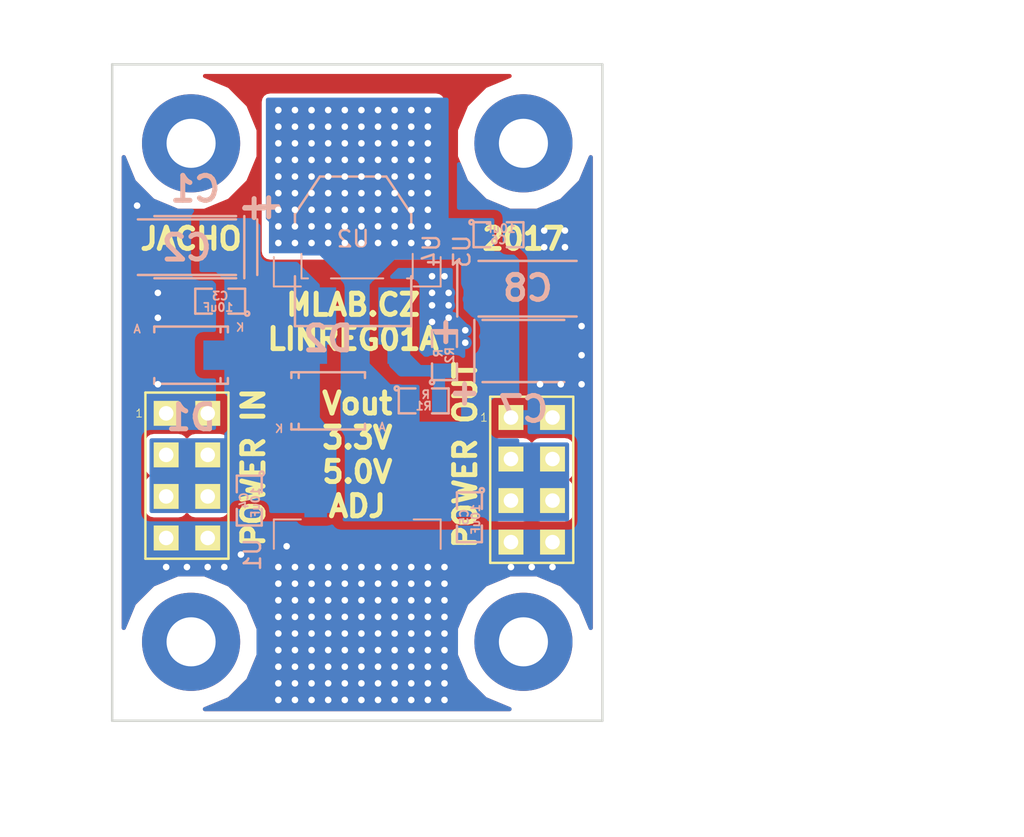
<source format=kicad_pcb>
(kicad_pcb (version 20170123) (host pcbnew "(2017-02-05 revision 431abcf)-makepkg")

  (general
    (links 49)
    (no_connects 0)
    (area -8.913285 -44.323 56.007001 6.858001)
    (thickness 1.6)
    (drawings 10)
    (tracks 291)
    (zones 0)
    (modules 22)
    (nets 5)
  )

  (page A4)
  (layers
    (0 F.Cu signal)
    (31 B.Cu signal)
    (32 B.Adhes user)
    (33 F.Adhes user)
    (34 B.Paste user)
    (35 F.Paste user)
    (36 B.SilkS user)
    (37 F.SilkS user)
    (38 B.Mask user)
    (39 F.Mask user)
    (40 Dwgs.User user)
    (41 Cmts.User user)
    (42 Eco1.User user)
    (43 Eco2.User user)
    (44 Edge.Cuts user)
    (45 Margin user)
    (46 B.CrtYd user)
    (47 F.CrtYd user)
    (48 B.Fab user)
    (49 F.Fab user)
  )

  (setup
    (last_trace_width 0.25)
    (user_trace_width 0.3)
    (user_trace_width 0.4)
    (user_trace_width 0.5)
    (user_trace_width 0.6)
    (user_trace_width 0.7)
    (user_trace_width 0.8)
    (user_trace_width 0.9)
    (trace_clearance 0.2)
    (zone_clearance 0.508)
    (zone_45_only no)
    (trace_min 0.2)
    (segment_width 0.2)
    (edge_width 0.15)
    (via_size 0.8)
    (via_drill 0.4)
    (via_min_size 0.4)
    (via_min_drill 0.3)
    (uvia_size 0.3)
    (uvia_drill 0.1)
    (uvias_allowed no)
    (uvia_min_size 0.2)
    (uvia_min_drill 0.1)
    (pcb_text_width 0.3)
    (pcb_text_size 1.5 1.5)
    (mod_edge_width 0.15)
    (mod_text_size 1 1)
    (mod_text_width 0.15)
    (pad_size 6 6)
    (pad_drill 3)
    (pad_to_mask_clearance 0.2)
    (solder_mask_min_width 0.2)
    (aux_axis_origin 0 0)
    (visible_elements 7FFFFF7F)
    (pcbplotparams
      (layerselection 0x010e0_ffffffff)
      (usegerberextensions false)
      (excludeedgelayer true)
      (linewidth 0.500000)
      (plotframeref false)
      (viasonmask false)
      (mode 1)
      (useauxorigin false)
      (hpglpennumber 1)
      (hpglpenspeed 20)
      (hpglpendiameter 15)
      (psnegative false)
      (psa4output false)
      (plotreference true)
      (plotvalue true)
      (plotinvisibletext false)
      (padsonsilk false)
      (subtractmaskfromsilk false)
      (outputformat 1)
      (mirror false)
      (drillshape 0)
      (scaleselection 1)
      (outputdirectory ../CAM_PROFI/))
  )

  (net 0 "")
  (net 1 VCC)
  (net 2 GND)
  (net 3 /OUT)
  (net 4 /ADJ)

  (net_class Default "Toto je výchozí třída sítě."
    (clearance 0.2)
    (trace_width 0.25)
    (via_dia 0.8)
    (via_drill 0.4)
    (uvia_dia 0.3)
    (uvia_drill 0.1)
    (add_net /ADJ)
    (add_net /OUT)
    (add_net GND)
    (add_net VCC)
  )

  (module Mlab_Mechanical:MountingHole_3mm placed (layer F.Cu) (tedit 5535DB2C) (tstamp 57D254A5)
    (at 5.08 -5.08)
    (descr "Mounting hole, Befestigungsbohrung, 3mm, No Annular, Kein Restring,")
    (tags "Mounting hole, Befestigungsbohrung, 3mm, No Annular, Kein Restring,")
    (path /57D299A2)
    (fp_text reference M1 (at 0 -4.191) (layer F.SilkS) hide
      (effects (font (thickness 0.3048)))
    )
    (fp_text value HOLE (at 0 4.191) (layer F.SilkS) hide
      (effects (font (thickness 0.3048)))
    )
    (fp_circle (center 0 0) (end 2.99974 0) (layer Cmts.User) (width 0.381))
    (pad 1 thru_hole circle (at 0 0) (size 6 6) (drill 3) (layers *.Cu *.Adhes *.Mask)
      (clearance 1) (zone_connect 2))
  )

  (module Mlab_Mechanical:MountingHole_3mm placed (layer F.Cu) (tedit 5535DB2C) (tstamp 57D254AA)
    (at 5.08 -35.56)
    (descr "Mounting hole, Befestigungsbohrung, 3mm, No Annular, Kein Restring,")
    (tags "Mounting hole, Befestigungsbohrung, 3mm, No Annular, Kein Restring,")
    (path /57D2A387)
    (fp_text reference M2 (at 0 -4.191) (layer F.SilkS) hide
      (effects (font (thickness 0.3048)))
    )
    (fp_text value HOLE (at 0 4.191) (layer F.SilkS) hide
      (effects (font (thickness 0.3048)))
    )
    (fp_circle (center 0 0) (end 2.99974 0) (layer Cmts.User) (width 0.381))
    (pad 1 thru_hole circle (at 0 0) (size 6 6) (drill 3) (layers *.Cu *.Adhes *.Mask)
      (clearance 1) (zone_connect 2))
  )

  (module Mlab_Mechanical:MountingHole_3mm placed (layer F.Cu) (tedit 5535DB2C) (tstamp 57D254AF)
    (at 25.4 -5.08)
    (descr "Mounting hole, Befestigungsbohrung, 3mm, No Annular, Kein Restring,")
    (tags "Mounting hole, Befestigungsbohrung, 3mm, No Annular, Kein Restring,")
    (path /57D2A075)
    (fp_text reference M3 (at 0 -4.191) (layer F.SilkS) hide
      (effects (font (thickness 0.3048)))
    )
    (fp_text value HOLE (at 0 4.191) (layer F.SilkS) hide
      (effects (font (thickness 0.3048)))
    )
    (fp_circle (center 0 0) (end 2.99974 0) (layer Cmts.User) (width 0.381))
    (pad 1 thru_hole circle (at 0 0) (size 6 6) (drill 3) (layers *.Cu *.Adhes *.Mask)
      (clearance 1) (zone_connect 2))
  )

  (module Mlab_Mechanical:MountingHole_3mm placed (layer F.Cu) (tedit 5535DB2C) (tstamp 57D254B4)
    (at 25.4 -35.56)
    (descr "Mounting hole, Befestigungsbohrung, 3mm, No Annular, Kein Restring,")
    (tags "Mounting hole, Befestigungsbohrung, 3mm, No Annular, Kein Restring,")
    (path /57D2A395)
    (fp_text reference M4 (at 0 -4.191) (layer F.SilkS) hide
      (effects (font (thickness 0.3048)))
    )
    (fp_text value HOLE (at 0 4.191) (layer F.SilkS) hide
      (effects (font (thickness 0.3048)))
    )
    (fp_circle (center 0 0) (end 2.99974 0) (layer Cmts.User) (width 0.381))
    (pad 1 thru_hole circle (at 0 0) (size 6 6) (drill 3) (layers *.Cu *.Adhes *.Mask)
      (clearance 1) (zone_connect 2))
  )

  (module Mlab_C:TantalC_SizeB_Reflow (layer B.Cu) (tedit 54BBE393) (tstamp 58B57E7E)
    (at 5.334 -29.21 180)
    (descr "Tantal Cap. , Size B, EIA-3528, Reflow,")
    (tags "Tantal Cap. , Size B, EIA-3528, Reflow,")
    (path /58B59B0F)
    (attr smd)
    (fp_text reference C1 (at 0 3.556 180) (layer B.SilkS)
      (effects (font (thickness 0.3048)) (justify mirror))
    )
    (fp_text value CP (at 0 -3.556 180) (layer B.SilkS) hide
      (effects (font (thickness 0.3048)) (justify mirror))
    )
    (fp_text user + (at -3.59918 2.49936 180) (layer B.SilkS)
      (effects (font (thickness 0.3048)) (justify mirror))
    )
    (fp_line (start -2.99974 1.89992) (end -2.99974 -1.89992) (layer B.SilkS) (width 0.15))
    (fp_line (start 2.49936 1.89992) (end -2.49936 1.89992) (layer B.SilkS) (width 0.15))
    (fp_line (start 2.49682 -1.89992) (end -2.5019 -1.89992) (layer B.SilkS) (width 0.15))
    (fp_line (start -3.60172 3.00228) (end -3.60172 1.90246) (layer B.SilkS) (width 0.15))
    (fp_line (start -4.20116 2.5019) (end -3.00228 2.5019) (layer B.SilkS) (width 0.15))
    (pad 2 smd rect (at 1.5494 0 180) (size 1.95072 2.49936) (layers B.Cu B.Paste B.Mask)
      (net 2 GND))
    (pad 1 smd rect (at -1.5494 0 180) (size 1.95072 2.49936) (layers B.Cu B.Paste B.Mask)
      (net 1 VCC))
    (model MLAB_3D/Capacitors/c_tant_B.wrl
      (at (xyz 0 0 0))
      (scale (xyz 1 1 1))
      (rotate (xyz 0 0 0))
    )
  )

  (module Mlab_C:TantalC_SizeC_Reflow (layer B.Cu) (tedit 564C624B) (tstamp 58B57E84)
    (at 4.826 -29.21 180)
    (descr "Tantal Cap. , Size C, EIA-6032, Reflow,")
    (tags "Tantal Cap. , Size C, EIA-6032, Reflow,")
    (path /58B59C29)
    (attr smd)
    (fp_text reference C2 (at 0.0127 -0.0381 180) (layer B.SilkS)
      (effects (font (thickness 0.3048)) (justify mirror))
    )
    (fp_text value CP (at -0.09906 -3.59918 180) (layer B.SilkS) hide
      (effects (font (thickness 0.3048)) (justify mirror))
    )
    (fp_line (start -4.30022 1.69926) (end -4.30022 -1.69926) (layer B.SilkS) (width 0.15))
    (fp_line (start 2.99974 -1.69926) (end -2.99974 -1.69926) (layer B.SilkS) (width 0.15))
    (fp_line (start 2.99974 1.69926) (end -2.99974 1.69926) (layer B.SilkS) (width 0.15))
    (fp_text user + (at -4.99872 2.55016 180) (layer B.SilkS)
      (effects (font (thickness 0.3048)) (justify mirror))
    )
    (fp_line (start -5.00126 3.05308) (end -5.00126 1.95326) (layer B.SilkS) (width 0.15))
    (fp_line (start -5.6007 2.5527) (end -4.40182 2.5527) (layer B.SilkS) (width 0.15))
    (pad 2 smd rect (at 2.52476 0 180) (size 2.55016 2.49936) (layers B.Cu B.Paste B.Mask)
      (net 2 GND))
    (pad 1 smd rect (at -2.52476 0 180) (size 2.55016 2.49936) (layers B.Cu B.Paste B.Mask)
      (net 1 VCC))
    (model MLAB_3D/Capacitors/c_tant_C.wrl
      (at (xyz 0 0 0))
      (scale (xyz 1 1 1))
      (rotate (xyz 0 0 180))
    )
  )

  (module Mlab_R:SMD-0805 (layer B.Cu) (tedit 54799E0C) (tstamp 58B57E8A)
    (at 6.858 -25.908 180)
    (path /58B68A84)
    (attr smd)
    (fp_text reference C3 (at 0 0.3175 180) (layer B.SilkS)
      (effects (font (size 0.50038 0.50038) (thickness 0.10922)) (justify mirror))
    )
    (fp_text value 10uF (at 0.127 -0.381 180) (layer B.SilkS)
      (effects (font (size 0.50038 0.50038) (thickness 0.10922)) (justify mirror))
    )
    (fp_circle (center -1.651 -0.762) (end -1.651 -0.635) (layer B.SilkS) (width 0.15))
    (fp_line (start -0.508 -0.762) (end -1.524 -0.762) (layer B.SilkS) (width 0.15))
    (fp_line (start -1.524 -0.762) (end -1.524 0.762) (layer B.SilkS) (width 0.15))
    (fp_line (start -1.524 0.762) (end -0.508 0.762) (layer B.SilkS) (width 0.15))
    (fp_line (start 0.508 0.762) (end 1.524 0.762) (layer B.SilkS) (width 0.15))
    (fp_line (start 1.524 0.762) (end 1.524 -0.762) (layer B.SilkS) (width 0.15))
    (fp_line (start 1.524 -0.762) (end 0.508 -0.762) (layer B.SilkS) (width 0.15))
    (pad 1 smd rect (at -0.9525 0 180) (size 0.889 1.397) (layers B.Cu B.Paste B.Mask)
      (net 1 VCC))
    (pad 2 smd rect (at 0.9525 0 180) (size 0.889 1.397) (layers B.Cu B.Paste B.Mask)
      (net 2 GND))
    (model MLAB_3D/Resistors/chip_cms.wrl
      (at (xyz 0 0 0))
      (scale (xyz 0.1 0.1 0.1))
      (rotate (xyz 0 0 0))
    )
  )

  (module Mlab_R:SMD-0805 (layer B.Cu) (tedit 54799E0C) (tstamp 58B57E90)
    (at 8.636 -13.716 270)
    (path /58B59C6F)
    (attr smd)
    (fp_text reference C4 (at 0 0.3175 270) (layer B.SilkS)
      (effects (font (size 0.50038 0.50038) (thickness 0.10922)) (justify mirror))
    )
    (fp_text value 10uF (at 0.127 -0.381 270) (layer B.SilkS)
      (effects (font (size 0.50038 0.50038) (thickness 0.10922)) (justify mirror))
    )
    (fp_circle (center -1.651 -0.762) (end -1.651 -0.635) (layer B.SilkS) (width 0.15))
    (fp_line (start -0.508 -0.762) (end -1.524 -0.762) (layer B.SilkS) (width 0.15))
    (fp_line (start -1.524 -0.762) (end -1.524 0.762) (layer B.SilkS) (width 0.15))
    (fp_line (start -1.524 0.762) (end -0.508 0.762) (layer B.SilkS) (width 0.15))
    (fp_line (start 0.508 0.762) (end 1.524 0.762) (layer B.SilkS) (width 0.15))
    (fp_line (start 1.524 0.762) (end 1.524 -0.762) (layer B.SilkS) (width 0.15))
    (fp_line (start 1.524 -0.762) (end 0.508 -0.762) (layer B.SilkS) (width 0.15))
    (pad 1 smd rect (at -0.9525 0 270) (size 0.889 1.397) (layers B.Cu B.Paste B.Mask)
      (net 1 VCC))
    (pad 2 smd rect (at 0.9525 0 270) (size 0.889 1.397) (layers B.Cu B.Paste B.Mask)
      (net 2 GND))
    (model MLAB_3D/Resistors/chip_cms.wrl
      (at (xyz 0 0 0))
      (scale (xyz 0.1 0.1 0.1))
      (rotate (xyz 0 0 0))
    )
  )

  (module Mlab_R:SMD-0805 (layer B.Cu) (tedit 54799E0C) (tstamp 58B57E96)
    (at 22.098 -12.7 270)
    (path /58B68E73)
    (attr smd)
    (fp_text reference C5 (at 0 0.3175 270) (layer B.SilkS)
      (effects (font (size 0.50038 0.50038) (thickness 0.10922)) (justify mirror))
    )
    (fp_text value 10uF (at 0.127 -0.381 270) (layer B.SilkS)
      (effects (font (size 0.50038 0.50038) (thickness 0.10922)) (justify mirror))
    )
    (fp_line (start 1.524 -0.762) (end 0.508 -0.762) (layer B.SilkS) (width 0.15))
    (fp_line (start 1.524 0.762) (end 1.524 -0.762) (layer B.SilkS) (width 0.15))
    (fp_line (start 0.508 0.762) (end 1.524 0.762) (layer B.SilkS) (width 0.15))
    (fp_line (start -1.524 0.762) (end -0.508 0.762) (layer B.SilkS) (width 0.15))
    (fp_line (start -1.524 -0.762) (end -1.524 0.762) (layer B.SilkS) (width 0.15))
    (fp_line (start -0.508 -0.762) (end -1.524 -0.762) (layer B.SilkS) (width 0.15))
    (fp_circle (center -1.651 -0.762) (end -1.651 -0.635) (layer B.SilkS) (width 0.15))
    (pad 2 smd rect (at 0.9525 0 270) (size 0.889 1.397) (layers B.Cu B.Paste B.Mask)
      (net 2 GND))
    (pad 1 smd rect (at -0.9525 0 270) (size 0.889 1.397) (layers B.Cu B.Paste B.Mask)
      (net 3 /OUT))
    (model MLAB_3D/Resistors/chip_cms.wrl
      (at (xyz 0 0 0))
      (scale (xyz 0.1 0.1 0.1))
      (rotate (xyz 0 0 0))
    )
  )

  (module Mlab_R:SMD-0805 (layer B.Cu) (tedit 54799E0C) (tstamp 58B57E9C)
    (at 23.876 -29.972)
    (path /58B5D7F3)
    (attr smd)
    (fp_text reference C6 (at 0 0.3175) (layer B.SilkS)
      (effects (font (size 0.50038 0.50038) (thickness 0.10922)) (justify mirror))
    )
    (fp_text value 10uF (at 0.127 -0.381) (layer B.SilkS)
      (effects (font (size 0.50038 0.50038) (thickness 0.10922)) (justify mirror))
    )
    (fp_line (start 1.524 -0.762) (end 0.508 -0.762) (layer B.SilkS) (width 0.15))
    (fp_line (start 1.524 0.762) (end 1.524 -0.762) (layer B.SilkS) (width 0.15))
    (fp_line (start 0.508 0.762) (end 1.524 0.762) (layer B.SilkS) (width 0.15))
    (fp_line (start -1.524 0.762) (end -0.508 0.762) (layer B.SilkS) (width 0.15))
    (fp_line (start -1.524 -0.762) (end -1.524 0.762) (layer B.SilkS) (width 0.15))
    (fp_line (start -0.508 -0.762) (end -1.524 -0.762) (layer B.SilkS) (width 0.15))
    (fp_circle (center -1.651 -0.762) (end -1.651 -0.635) (layer B.SilkS) (width 0.15))
    (pad 2 smd rect (at 0.9525 0) (size 0.889 1.397) (layers B.Cu B.Paste B.Mask)
      (net 2 GND))
    (pad 1 smd rect (at -0.9525 0) (size 0.889 1.397) (layers B.Cu B.Paste B.Mask)
      (net 3 /OUT))
    (model MLAB_3D/Resistors/chip_cms.wrl
      (at (xyz 0 0 0))
      (scale (xyz 0.1 0.1 0.1))
      (rotate (xyz 0 0 0))
    )
  )

  (module Mlab_C:TantalC_SizeB_Reflow (layer B.Cu) (tedit 54BBE393) (tstamp 58B57EA2)
    (at 25.4 -22.86)
    (descr "Tantal Cap. , Size B, EIA-3528, Reflow,")
    (tags "Tantal Cap. , Size B, EIA-3528, Reflow,")
    (path /58B608A4)
    (attr smd)
    (fp_text reference C7 (at 0 3.556) (layer B.SilkS)
      (effects (font (thickness 0.3048)) (justify mirror))
    )
    (fp_text value CP (at 0 -3.556) (layer B.SilkS) hide
      (effects (font (thickness 0.3048)) (justify mirror))
    )
    (fp_line (start -4.20116 2.5019) (end -3.00228 2.5019) (layer B.SilkS) (width 0.15))
    (fp_line (start -3.60172 3.00228) (end -3.60172 1.90246) (layer B.SilkS) (width 0.15))
    (fp_line (start 2.49682 -1.89992) (end -2.5019 -1.89992) (layer B.SilkS) (width 0.15))
    (fp_line (start 2.49936 1.89992) (end -2.49936 1.89992) (layer B.SilkS) (width 0.15))
    (fp_line (start -2.99974 1.89992) (end -2.99974 -1.89992) (layer B.SilkS) (width 0.15))
    (fp_text user + (at -3.59918 2.49936) (layer B.SilkS)
      (effects (font (thickness 0.3048)) (justify mirror))
    )
    (pad 1 smd rect (at -1.5494 0) (size 1.95072 2.49936) (layers B.Cu B.Paste B.Mask)
      (net 3 /OUT))
    (pad 2 smd rect (at 1.5494 0) (size 1.95072 2.49936) (layers B.Cu B.Paste B.Mask)
      (net 2 GND))
    (model MLAB_3D/Capacitors/c_tant_B.wrl
      (at (xyz 0 0 0))
      (scale (xyz 1 1 1))
      (rotate (xyz 0 0 0))
    )
  )

  (module Mlab_C:TantalC_SizeC_Reflow (layer B.Cu) (tedit 564C624B) (tstamp 58B57EA8)
    (at 25.654 -26.67)
    (descr "Tantal Cap. , Size C, EIA-6032, Reflow,")
    (tags "Tantal Cap. , Size C, EIA-6032, Reflow,")
    (path /58B61074)
    (attr smd)
    (fp_text reference C8 (at 0.0127 -0.0381) (layer B.SilkS)
      (effects (font (thickness 0.3048)) (justify mirror))
    )
    (fp_text value CP (at -0.09906 -3.59918) (layer B.SilkS) hide
      (effects (font (thickness 0.3048)) (justify mirror))
    )
    (fp_line (start -5.6007 2.5527) (end -4.40182 2.5527) (layer B.SilkS) (width 0.15))
    (fp_line (start -5.00126 3.05308) (end -5.00126 1.95326) (layer B.SilkS) (width 0.15))
    (fp_text user + (at -4.99872 2.55016) (layer B.SilkS)
      (effects (font (thickness 0.3048)) (justify mirror))
    )
    (fp_line (start 2.99974 1.69926) (end -2.99974 1.69926) (layer B.SilkS) (width 0.15))
    (fp_line (start 2.99974 -1.69926) (end -2.99974 -1.69926) (layer B.SilkS) (width 0.15))
    (fp_line (start -4.30022 1.69926) (end -4.30022 -1.69926) (layer B.SilkS) (width 0.15))
    (pad 1 smd rect (at -2.52476 0) (size 2.55016 2.49936) (layers B.Cu B.Paste B.Mask)
      (net 3 /OUT))
    (pad 2 smd rect (at 2.52476 0) (size 2.55016 2.49936) (layers B.Cu B.Paste B.Mask)
      (net 2 GND))
    (model MLAB_3D/Capacitors/c_tant_C.wrl
      (at (xyz 0 0 0))
      (scale (xyz 1 1 1))
      (rotate (xyz 0 0 180))
    )
  )

  (module Mlab_D:Diode-SMA_Standard (layer B.Cu) (tedit 56BDB339) (tstamp 58B57EAE)
    (at 5.08 -22.606)
    (descr "Diode SMA")
    (tags "Diode SMA")
    (path /58B5881C)
    (attr smd)
    (fp_text reference D1 (at 0 3.81) (layer B.SilkS)
      (effects (font (thickness 0.3048)) (justify mirror))
    )
    (fp_text value M4 (at 0 -3.81) (layer B.SilkS) hide
      (effects (font (thickness 0.3048)) (justify mirror))
    )
    (fp_text user A (at -3.29946 -1.6002) (layer B.SilkS)
      (effects (font (size 0.50038 0.50038) (thickness 0.09906)) (justify mirror))
    )
    (fp_text user K (at 2.99974 -1.69926) (layer B.SilkS)
      (effects (font (size 0.50038 0.50038) (thickness 0.09906)) (justify mirror))
    )
    (fp_circle (center 0 0) (end 0.20066 0.0508) (layer B.Adhes) (width 0.381))
    (fp_line (start 1.80086 -1.75006) (end 1.80086 -1.39954) (layer B.SilkS) (width 0.15))
    (fp_line (start 1.80086 1.75006) (end 1.80086 1.39954) (layer B.SilkS) (width 0.15))
    (fp_line (start 2.25044 -1.75006) (end 2.25044 -1.39954) (layer B.SilkS) (width 0.15))
    (fp_line (start -2.25044 -1.75006) (end -2.25044 -1.39954) (layer B.SilkS) (width 0.15))
    (fp_line (start -2.25044 1.75006) (end -2.25044 1.39954) (layer B.SilkS) (width 0.15))
    (fp_line (start 2.25044 1.75006) (end 2.25044 1.39954) (layer B.SilkS) (width 0.15))
    (fp_line (start -2.25044 -1.75006) (end 2.25044 -1.75006) (layer B.SilkS) (width 0.15))
    (fp_line (start -2.25044 1.75006) (end 2.25044 1.75006) (layer B.SilkS) (width 0.15))
    (pad 2 smd rect (at -1.99898 0) (size 2.49936 1.80086) (layers B.Cu B.Paste B.Mask)
      (net 2 GND))
    (pad 1 smd rect (at 1.99898 0) (size 2.49936 1.80086) (layers B.Cu B.Paste B.Mask)
      (net 1 VCC))
    (model MLAB_3D/Diodes/SMA.wrl
      (at (xyz 0 0 0))
      (scale (xyz 0.3937 0.3937 0.3937))
      (rotate (xyz 0 0 0))
    )
  )

  (module Mlab_D:Diode-SMA_Standard (layer B.Cu) (tedit 56BDB339) (tstamp 58B57EB4)
    (at 13.462 -19.812 180)
    (descr "Diode SMA")
    (tags "Diode SMA")
    (path /58B56CF4)
    (attr smd)
    (fp_text reference D2 (at 0 3.81 180) (layer B.SilkS)
      (effects (font (thickness 0.3048)) (justify mirror))
    )
    (fp_text value M4 (at 0 -3.81 180) (layer B.SilkS) hide
      (effects (font (thickness 0.3048)) (justify mirror))
    )
    (fp_line (start -2.25044 1.75006) (end 2.25044 1.75006) (layer B.SilkS) (width 0.15))
    (fp_line (start -2.25044 -1.75006) (end 2.25044 -1.75006) (layer B.SilkS) (width 0.15))
    (fp_line (start 2.25044 1.75006) (end 2.25044 1.39954) (layer B.SilkS) (width 0.15))
    (fp_line (start -2.25044 1.75006) (end -2.25044 1.39954) (layer B.SilkS) (width 0.15))
    (fp_line (start -2.25044 -1.75006) (end -2.25044 -1.39954) (layer B.SilkS) (width 0.15))
    (fp_line (start 2.25044 -1.75006) (end 2.25044 -1.39954) (layer B.SilkS) (width 0.15))
    (fp_line (start 1.80086 1.75006) (end 1.80086 1.39954) (layer B.SilkS) (width 0.15))
    (fp_line (start 1.80086 -1.75006) (end 1.80086 -1.39954) (layer B.SilkS) (width 0.15))
    (fp_circle (center 0 0) (end 0.20066 0.0508) (layer B.Adhes) (width 0.381))
    (fp_text user K (at 2.99974 -1.69926 180) (layer B.SilkS)
      (effects (font (size 0.50038 0.50038) (thickness 0.09906)) (justify mirror))
    )
    (fp_text user A (at -3.29946 -1.6002 180) (layer B.SilkS)
      (effects (font (size 0.50038 0.50038) (thickness 0.09906)) (justify mirror))
    )
    (pad 1 smd rect (at 1.99898 0 180) (size 2.49936 1.80086) (layers B.Cu B.Paste B.Mask)
      (net 1 VCC))
    (pad 2 smd rect (at -1.99898 0 180) (size 2.49936 1.80086) (layers B.Cu B.Paste B.Mask)
      (net 3 /OUT))
    (model MLAB_3D/Diodes/SMA.wrl
      (at (xyz 0 0 0))
      (scale (xyz 0.3937 0.3937 0.3937))
      (rotate (xyz 0 0 0))
    )
  )

  (module Mlab_Pin_Headers:Straight_2x04 (layer F.Cu) (tedit 5535DB57) (tstamp 58B57EC0)
    (at 4.826 -15.24)
    (descr "pin header straight 2x04")
    (tags "pin header straight 2x04")
    (path /58B57579)
    (fp_text reference J1 (at 0 -6.35) (layer F.SilkS) hide
      (effects (font (size 1.5 1.5) (thickness 0.15)))
    )
    (fp_text value HEADER_2x04_PARALLEL (at 0 6.35) (layer F.SilkS) hide
      (effects (font (size 1.5 1.5) (thickness 0.15)))
    )
    (fp_text user 1 (at -2.921 -3.81) (layer F.SilkS)
      (effects (font (size 0.5 0.5) (thickness 0.05)))
    )
    (fp_line (start -2.54 -5.08) (end 2.54 -5.08) (layer F.SilkS) (width 0.15))
    (fp_line (start 2.54 -5.08) (end 2.54 5.08) (layer F.SilkS) (width 0.15))
    (fp_line (start 2.54 5.08) (end -2.54 5.08) (layer F.SilkS) (width 0.15))
    (fp_line (start -2.54 5.08) (end -2.54 -5.08) (layer F.SilkS) (width 0.15))
    (pad 1 thru_hole rect (at -1.27 -3.81) (size 1.524 1.524) (drill 0.889) (layers *.Cu *.Mask F.SilkS)
      (net 2 GND))
    (pad 2 thru_hole rect (at 1.27 -3.81) (size 1.524 1.524) (drill 0.889) (layers *.Cu *.Mask F.SilkS)
      (net 2 GND))
    (pad 3 thru_hole rect (at -1.27 -1.27) (size 1.524 1.524) (drill 0.889) (layers *.Cu *.Mask F.SilkS)
      (net 1 VCC))
    (pad 4 thru_hole rect (at 1.27 -1.27) (size 1.524 1.524) (drill 0.889) (layers *.Cu *.Mask F.SilkS)
      (net 1 VCC))
    (pad 5 thru_hole rect (at -1.27 1.27) (size 1.524 1.524) (drill 0.889) (layers *.Cu *.Mask F.SilkS)
      (net 1 VCC))
    (pad 6 thru_hole rect (at 1.27 1.27) (size 1.524 1.524) (drill 0.889) (layers *.Cu *.Mask F.SilkS)
      (net 1 VCC))
    (pad 7 thru_hole rect (at -1.27 3.81) (size 1.524 1.524) (drill 0.889) (layers *.Cu *.Mask F.SilkS)
      (net 2 GND))
    (pad 8 thru_hole rect (at 1.27 3.81) (size 1.524 1.524) (drill 0.889) (layers *.Cu *.Mask F.SilkS)
      (net 2 GND))
    (model Pin_Headers/Pin_Header_Straight_2x04.wrl
      (at (xyz 0 0 0))
      (scale (xyz 1 1 1))
      (rotate (xyz 0 0 90))
    )
  )

  (module Mlab_Pin_Headers:Straight_2x04 (layer F.Cu) (tedit 5535DB57) (tstamp 58B57ECC)
    (at 25.908 -14.986)
    (descr "pin header straight 2x04")
    (tags "pin header straight 2x04")
    (path /58B626BB)
    (fp_text reference J2 (at 0 -6.35) (layer F.SilkS) hide
      (effects (font (size 1.5 1.5) (thickness 0.15)))
    )
    (fp_text value HEADER_2x04_PARALLEL (at 0 6.35) (layer F.SilkS) hide
      (effects (font (size 1.5 1.5) (thickness 0.15)))
    )
    (fp_line (start -2.54 5.08) (end -2.54 -5.08) (layer F.SilkS) (width 0.15))
    (fp_line (start 2.54 5.08) (end -2.54 5.08) (layer F.SilkS) (width 0.15))
    (fp_line (start 2.54 -5.08) (end 2.54 5.08) (layer F.SilkS) (width 0.15))
    (fp_line (start -2.54 -5.08) (end 2.54 -5.08) (layer F.SilkS) (width 0.15))
    (fp_text user 1 (at -2.921 -3.81) (layer F.SilkS)
      (effects (font (size 0.5 0.5) (thickness 0.05)))
    )
    (pad 8 thru_hole rect (at 1.27 3.81) (size 1.524 1.524) (drill 0.889) (layers *.Cu *.Mask F.SilkS)
      (net 2 GND))
    (pad 7 thru_hole rect (at -1.27 3.81) (size 1.524 1.524) (drill 0.889) (layers *.Cu *.Mask F.SilkS)
      (net 2 GND))
    (pad 6 thru_hole rect (at 1.27 1.27) (size 1.524 1.524) (drill 0.889) (layers *.Cu *.Mask F.SilkS)
      (net 3 /OUT))
    (pad 5 thru_hole rect (at -1.27 1.27) (size 1.524 1.524) (drill 0.889) (layers *.Cu *.Mask F.SilkS)
      (net 3 /OUT))
    (pad 4 thru_hole rect (at 1.27 -1.27) (size 1.524 1.524) (drill 0.889) (layers *.Cu *.Mask F.SilkS)
      (net 3 /OUT))
    (pad 3 thru_hole rect (at -1.27 -1.27) (size 1.524 1.524) (drill 0.889) (layers *.Cu *.Mask F.SilkS)
      (net 3 /OUT))
    (pad 2 thru_hole rect (at 1.27 -3.81) (size 1.524 1.524) (drill 0.889) (layers *.Cu *.Mask F.SilkS)
      (net 2 GND))
    (pad 1 thru_hole rect (at -1.27 -3.81) (size 1.524 1.524) (drill 0.889) (layers *.Cu *.Mask F.SilkS)
      (net 2 GND))
    (model Pin_Headers/Pin_Header_Straight_2x04.wrl
      (at (xyz 0 0 0))
      (scale (xyz 1 1 1))
      (rotate (xyz 0 0 90))
    )
  )

  (module Mlab_R:SMD-0805 (layer B.Cu) (tedit 54799E0C) (tstamp 58B57ED2)
    (at 19.304 -19.812)
    (path /58B5C539)
    (attr smd)
    (fp_text reference R1 (at 0 0.3175) (layer B.SilkS)
      (effects (font (size 0.50038 0.50038) (thickness 0.10922)) (justify mirror))
    )
    (fp_text value R (at 0.127 -0.381) (layer B.SilkS)
      (effects (font (size 0.50038 0.50038) (thickness 0.10922)) (justify mirror))
    )
    (fp_line (start 1.524 -0.762) (end 0.508 -0.762) (layer B.SilkS) (width 0.15))
    (fp_line (start 1.524 0.762) (end 1.524 -0.762) (layer B.SilkS) (width 0.15))
    (fp_line (start 0.508 0.762) (end 1.524 0.762) (layer B.SilkS) (width 0.15))
    (fp_line (start -1.524 0.762) (end -0.508 0.762) (layer B.SilkS) (width 0.15))
    (fp_line (start -1.524 -0.762) (end -1.524 0.762) (layer B.SilkS) (width 0.15))
    (fp_line (start -0.508 -0.762) (end -1.524 -0.762) (layer B.SilkS) (width 0.15))
    (fp_circle (center -1.651 -0.762) (end -1.651 -0.635) (layer B.SilkS) (width 0.15))
    (pad 2 smd rect (at 0.9525 0) (size 0.889 1.397) (layers B.Cu B.Paste B.Mask)
      (net 4 /ADJ))
    (pad 1 smd rect (at -0.9525 0) (size 0.889 1.397) (layers B.Cu B.Paste B.Mask)
      (net 3 /OUT))
    (model MLAB_3D/Resistors/chip_cms.wrl
      (at (xyz 0 0 0))
      (scale (xyz 0.1 0.1 0.1))
      (rotate (xyz 0 0 0))
    )
  )

  (module Mlab_R:SMD-0805 (layer B.Cu) (tedit 54799E0C) (tstamp 58B57ED8)
    (at 20.574 -22.606 90)
    (path /58B5C87E)
    (attr smd)
    (fp_text reference R2 (at 0 0.3175 90) (layer B.SilkS)
      (effects (font (size 0.50038 0.50038) (thickness 0.10922)) (justify mirror))
    )
    (fp_text value R (at 0.127 -0.381 90) (layer B.SilkS)
      (effects (font (size 0.50038 0.50038) (thickness 0.10922)) (justify mirror))
    )
    (fp_circle (center -1.651 -0.762) (end -1.651 -0.635) (layer B.SilkS) (width 0.15))
    (fp_line (start -0.508 -0.762) (end -1.524 -0.762) (layer B.SilkS) (width 0.15))
    (fp_line (start -1.524 -0.762) (end -1.524 0.762) (layer B.SilkS) (width 0.15))
    (fp_line (start -1.524 0.762) (end -0.508 0.762) (layer B.SilkS) (width 0.15))
    (fp_line (start 0.508 0.762) (end 1.524 0.762) (layer B.SilkS) (width 0.15))
    (fp_line (start 1.524 0.762) (end 1.524 -0.762) (layer B.SilkS) (width 0.15))
    (fp_line (start 1.524 -0.762) (end 0.508 -0.762) (layer B.SilkS) (width 0.15))
    (pad 1 smd rect (at -0.9525 0 90) (size 0.889 1.397) (layers B.Cu B.Paste B.Mask)
      (net 4 /ADJ))
    (pad 2 smd rect (at 0.9525 0 90) (size 0.889 1.397) (layers B.Cu B.Paste B.Mask)
      (net 2 GND))
    (model MLAB_3D/Resistors/chip_cms.wrl
      (at (xyz 0 0 0))
      (scale (xyz 0.1 0.1 0.1))
      (rotate (xyz 0 0 0))
    )
  )

  (module Mlab_IO:D2PAK-TO-263-2Lead (layer B.Cu) (tedit 58B40229) (tstamp 58B57EEE)
    (at 15.24 -10.414 270)
    (descr "D2PAK / TO-263 3-lead smd package")
    (tags "D2PAK D2PAK-3 TO-263AB TO-263")
    (path /58B5395C)
    (attr smd)
    (fp_text reference U1 (at 0 6.4 90) (layer B.SilkS)
      (effects (font (size 1 1) (thickness 0.15)) (justify mirror))
    )
    (fp_text value L78_DPAK_D2PAK (at 0 -6.45 270) (layer B.Fab)
      (effects (font (size 1 1) (thickness 0.15)) (justify mirror))
    )
    (fp_line (start -2.15 -3.45) (end -2.15 -5.1) (layer B.SilkS) (width 0.12))
    (fp_line (start -2.15 -5.1) (end -0.35 -5.1) (layer B.SilkS) (width 0.12))
    (fp_line (start -0.35 5.1) (end -2.15 5.1) (layer B.SilkS) (width 0.12))
    (fp_line (start -2.15 5.1) (end -2.15 3.45) (layer B.SilkS) (width 0.12))
    (fp_line (start 6.95 -5) (end 8.15 -5) (layer B.Fab) (width 0.1))
    (fp_line (start 8.15 -5) (end 8.15 5) (layer B.Fab) (width 0.1))
    (fp_line (start 8.15 5) (end 6.95 5) (layer B.Fab) (width 0.1))
    (fp_line (start -2.05 5) (end -2.05 -5) (layer B.Fab) (width 0.1))
    (fp_line (start -2.05 -5) (end 6.95 -5) (layer B.Fab) (width 0.1))
    (fp_line (start 6.95 -5) (end 6.95 5) (layer B.Fab) (width 0.1))
    (fp_line (start 6.95 5) (end -2.05 5) (layer B.Fab) (width 0.1))
    (fp_line (start 9.55 -5.65) (end -7.15 -5.65) (layer B.CrtYd) (width 0.05))
    (fp_line (start 9.55 5.65) (end 9.55 -5.65) (layer B.CrtYd) (width 0.05))
    (fp_line (start 9.55 5.65) (end -7.15 5.65) (layer B.CrtYd) (width 0.05))
    (fp_line (start -7.15 5.65) (end -7.15 -5.65) (layer B.CrtYd) (width 0.05))
    (pad 4 smd rect (at 4.58 0 270) (size 9.4 10.8) (layers B.Cu B.Paste B.Mask)
      (net 2 GND))
    (pad 3 smd rect (at -4.58 -2.54 270) (size 4.6 1.39) (layers B.Cu B.Paste B.Mask)
      (net 3 /OUT))
    (pad 1 smd rect (at -4.58 2.54 270) (size 4.6 1.39) (layers B.Cu B.Paste B.Mask)
      (net 1 VCC))
    (model TO_SOT_Packages_SMD.3dshapes/TO-263-3Lead.wrl
      (at (xyz -0.18 0 0))
      (scale (xyz 1 1 1))
      (rotate (xyz 0 0 90))
    )
  )

  (module Mlab_IO:SOT-223 (layer B.Cu) (tedit 0) (tstamp 58B57EFE)
    (at 14.986 -28.956 180)
    (descr "module CMS SOT223 4 pins")
    (tags "CMS SOT")
    (path /58B538F0)
    (attr smd)
    (fp_text reference U2 (at 0 0.762 180) (layer B.SilkS)
      (effects (font (size 1 1) (thickness 0.15)) (justify mirror))
    )
    (fp_text value LM1117_ADJ_SOT (at 0 -0.762 180) (layer B.Fab)
      (effects (font (size 1 1) (thickness 0.15)) (justify mirror))
    )
    (fp_line (start -3.556 -1.524) (end -3.556 -4.572) (layer B.SilkS) (width 0.15))
    (fp_line (start -3.556 -4.572) (end 3.556 -4.572) (layer B.SilkS) (width 0.15))
    (fp_line (start 3.556 -4.572) (end 3.556 -1.524) (layer B.SilkS) (width 0.15))
    (fp_line (start -3.556 1.524) (end -3.556 2.286) (layer B.SilkS) (width 0.15))
    (fp_line (start -3.556 2.286) (end -2.032 4.572) (layer B.SilkS) (width 0.15))
    (fp_line (start -2.032 4.572) (end 2.032 4.572) (layer B.SilkS) (width 0.15))
    (fp_line (start 2.032 4.572) (end 3.556 2.286) (layer B.SilkS) (width 0.15))
    (fp_line (start 3.556 2.286) (end 3.556 1.524) (layer B.SilkS) (width 0.15))
    (pad 4 smd rect (at 0 3.302 180) (size 3.6576 2.032) (layers B.Cu B.Paste B.Mask)
      (net 3 /OUT))
    (pad 2 smd rect (at 0 -3.302 180) (size 1.016 2.032) (layers B.Cu B.Paste B.Mask)
      (net 3 /OUT))
    (pad 3 smd rect (at 2.286 -3.302 180) (size 1.016 2.032) (layers B.Cu B.Paste B.Mask)
      (net 1 VCC))
    (pad 1 smd rect (at -2.286 -3.302 180) (size 1.016 2.032) (layers B.Cu B.Paste B.Mask)
      (net 4 /ADJ))
    (model TO_SOT_Packages_SMD.3dshapes/SOT-223.wrl
      (at (xyz 0 0 0))
      (scale (xyz 0.4 0.4 0.4))
      (rotate (xyz 0 0 0))
    )
  )

  (module Mlab_IO:D2PAK-TO-263-2Lead (layer B.Cu) (tedit 58B66603) (tstamp 58B57F14)
    (at 15.24 -28.956 90)
    (descr "D2PAK / TO-263 3-lead smd package")
    (tags "D2PAK D2PAK-3 TO-263AB TO-263")
    (path /58B5B96C)
    (attr smd)
    (fp_text reference U3 (at 0 6.4 -90) (layer B.SilkS)
      (effects (font (size 1 1) (thickness 0.15)) (justify mirror))
    )
    (fp_text value LM317M_LM217_DPAK_D2PAK (at 0 -6.45 90) (layer B.Fab) hide
      (effects (font (size 1 1) (thickness 0.15)) (justify mirror))
    )
    (fp_line (start -7.15 5.65) (end -7.15 -5.65) (layer B.CrtYd) (width 0.05))
    (fp_line (start 9.55 5.65) (end -7.15 5.65) (layer B.CrtYd) (width 0.05))
    (fp_line (start 9.55 5.65) (end 9.55 -5.65) (layer B.CrtYd) (width 0.05))
    (fp_line (start 9.55 -5.65) (end -7.15 -5.65) (layer B.CrtYd) (width 0.05))
    (fp_line (start 6.95 5) (end -2.05 5) (layer B.Fab) (width 0.1))
    (fp_line (start 6.95 -5) (end 6.95 5) (layer B.Fab) (width 0.1))
    (fp_line (start -2.05 -5) (end 6.95 -5) (layer B.Fab) (width 0.1))
    (fp_line (start -2.05 5) (end -2.05 -5) (layer B.Fab) (width 0.1))
    (fp_line (start 8.15 5) (end 6.95 5) (layer B.Fab) (width 0.1))
    (fp_line (start 8.15 -5) (end 8.15 5) (layer B.Fab) (width 0.1))
    (fp_line (start 6.95 -5) (end 8.15 -5) (layer B.Fab) (width 0.1))
    (fp_line (start -2.15 5.1) (end -2.15 3.45) (layer B.SilkS) (width 0.12))
    (fp_line (start -0.35 5.1) (end -2.15 5.1) (layer B.SilkS) (width 0.12))
    (fp_line (start -2.15 -5.1) (end -0.35 -5.1) (layer B.SilkS) (width 0.12))
    (fp_line (start -2.15 -3.45) (end -2.15 -5.1) (layer B.SilkS) (width 0.12))
    (pad 1 smd rect (at -4.58 2.54 90) (size 4.6 1.39) (layers B.Cu B.Paste B.Mask)
      (net 4 /ADJ))
    (pad 3 smd rect (at -4.58 -2.54 90) (size 4.6 1.39) (layers B.Cu B.Paste B.Mask)
      (net 1 VCC))
    (pad 4 smd rect (at 4.58 0 90) (size 9.4 10.8) (layers B.Cu B.Paste B.Mask)
      (net 3 /OUT))
    (model TO_SOT_Packages_SMD.3dshapes/TO-263-3Lead.wrl
      (at (xyz -0.18 0 0))
      (scale (xyz 1 1 1))
      (rotate (xyz 0 0 90))
    )
  )

  (module Mlab_IO:DPAK-TO-252-2Lead (layer B.Cu) (tedit 58B66606) (tstamp 58B57F31)
    (at 15.24 -28.702 90)
    (descr "TO-252-2Lead DPAK")
    (path /58B67DA3)
    (attr smd)
    (fp_text reference U4 (at 0.3 4.54 90) (layer B.SilkS)
      (effects (font (size 1 1) (thickness 0.15)) (justify mirror))
    )
    (fp_text value LM317M_LM217_DPAK_D2PAK (at 0.25 -4.81 90) (layer B.Fab) hide
      (effects (font (size 1 1) (thickness 0.15)) (justify mirror))
    )
    (fp_line (start -5.7 -3.76) (end -5.7 3.74) (layer B.CrtYd) (width 0.05))
    (fp_line (start -5.7 -3.76) (end 7.45 -3.76) (layer B.CrtYd) (width 0.05))
    (fp_line (start 7.45 3.74) (end -5.7 3.74) (layer B.CrtYd) (width 0.05))
    (fp_line (start 7.45 3.74) (end 7.45 -3.76) (layer B.CrtYd) (width 0.05))
    (fp_line (start -1.32 -3.36) (end -1.32 3.34) (layer B.Fab) (width 0.1))
    (fp_line (start 4.67 3.34) (end -1.32 3.34) (layer B.Fab) (width 0.1))
    (fp_line (start 4.67 -3.36) (end 4.67 3.34) (layer B.Fab) (width 0.1))
    (fp_line (start -1.32 -3.36) (end 4.67 -3.36) (layer B.Fab) (width 0.1))
    (fp_line (start -1.32 2.86) (end -4.23 2.86) (layer B.Fab) (width 0.1))
    (fp_line (start -4.23 1.72) (end -1.32 1.72) (layer B.Fab) (width 0.1))
    (fp_line (start -4.23 2.86) (end -4.23 1.72) (layer B.Fab) (width 0.1))
    (fp_line (start -4.23 -1.74) (end -4.23 -2.88) (layer B.Fab) (width 0.1))
    (fp_line (start -4.23 -2.88) (end -1.32 -2.88) (layer B.Fab) (width 0.1))
    (fp_line (start -1.32 -1.74) (end -4.23 -1.74) (layer B.Fab) (width 0.1))
    (fp_line (start 5.88 -2.72) (end 4.67 -2.72) (layer B.Fab) (width 0.1))
    (fp_line (start 5.88 2.7) (end 5.88 -2.72) (layer B.Fab) (width 0.1))
    (fp_line (start 4.68 2.7) (end 5.88 2.7) (layer B.Fab) (width 0.1))
    (fp_line (start -1.4 -3.41) (end -1.4 -3.01) (layer B.SilkS) (width 0.12))
    (fp_line (start 0.1 -3.41) (end -1.4 -3.41) (layer B.SilkS) (width 0.12))
    (fp_line (start -1.4 -1.61) (end -1.4 1.59) (layer B.SilkS) (width 0.12))
    (fp_line (start -1.4 3.39) (end 0.1 3.39) (layer B.SilkS) (width 0.12))
    (fp_line (start -1.4 3.04) (end -1.4 3.39) (layer B.SilkS) (width 0.12))
    (pad 4 smd rect (at 3.7 -0.01 180) (size 7 7) (layers B.Cu B.Paste B.Mask)
      (net 3 /OUT))
    (pad 3 smd rect (at -3.7 -2.29 180) (size 2 3.5) (layers B.Cu B.Paste B.Mask)
      (net 1 VCC))
    (pad 1 smd rect (at -3.7 2.29 180) (size 2 3.5) (layers B.Cu B.Paste B.Mask)
      (net 4 /ADJ))
    (model TO_SOT_Packages_SMD.3dshapes\TO-252-2Lead.wrl
      (at (xyz -0.1377952755905512 0 0))
      (scale (xyz 1 1 1))
      (rotate (xyz 0 0 90))
    )
  )

  (gr_text "POWER OUT" (at 21.844 -16.51 90) (layer F.SilkS) (tstamp 58B66CC2)
    (effects (font (size 1.3 1.3) (thickness 0.3)))
  )
  (gr_text "MLAB.CZ\nLINREG01A" (at 14.986 -24.638) (layer F.SilkS) (tstamp 58B66C2A)
    (effects (font (size 1.3 1.3) (thickness 0.3)))
  )
  (gr_text 2017 (at 25.4 -29.718) (layer F.SilkS)
    (effects (font (size 1.3 1.3) (thickness 0.3)))
  )
  (gr_text JACHO (at 5.08 -29.718) (layer F.SilkS)
    (effects (font (size 1.3 1.3) (thickness 0.3)))
  )
  (gr_text "Vout\n3.3V\n5.0V\nADJ\n" (at 15.24 -16.51) (layer F.SilkS)
    (effects (font (size 1.3 1.3) (thickness 0.3)))
  )
  (gr_text "POWER IN" (at 8.89 -15.748 90) (layer F.SilkS)
    (effects (font (size 1.3 1.3) (thickness 0.3)))
  )
  (gr_line (start 0.254 -40.386) (end 30.226 -40.386) (angle 90) (layer Edge.Cuts) (width 0.15))
  (gr_line (start 30.226 -0.254) (end 30.226 -40.386) (angle 90) (layer Edge.Cuts) (width 0.15))
  (gr_line (start 0.254 -0.254) (end 30.226 -0.254) (angle 90) (layer Edge.Cuts) (width 0.15))
  (gr_line (start 0.254 -40.386) (end 0.254 -0.254) (angle 90) (layer Edge.Cuts) (width 0.15))

  (segment (start 7.8105 -25.908) (end 7.8105 -23.33752) (width 0.5) (layer B.Cu) (net 1))
  (segment (start 7.8105 -23.33752) (end 7.07898 -22.606) (width 0.5) (layer B.Cu) (net 1))
  (segment (start 10.7315 -10.922) (end 10.922 -10.922) (width 0.25) (layer B.Cu) (net 2))
  (segment (start 8.89 -12.7635) (end 10.7315 -10.922) (width 0.25) (layer B.Cu) (net 2))
  (segment (start 10.102315 -11.176) (end 10.356315 -10.922) (width 0.5) (layer B.Cu) (net 2))
  (segment (start 8.636 -12.7635) (end 8.89 -12.7635) (width 0.25) (layer B.Cu) (net 2))
  (segment (start 8.128 -10.414) (end 8.89 -11.176) (width 0.5) (layer B.Cu) (net 2))
  (segment (start 10.356315 -10.922) (end 10.922 -10.922) (width 0.5) (layer B.Cu) (net 2))
  (segment (start 8.89 -11.176) (end 10.102315 -11.176) (width 0.5) (layer B.Cu) (net 2))
  (segment (start 8.128 -10.922) (end 8.382 -11.176) (width 0.5) (layer B.Cu) (net 2))
  (segment (start 8.382 -11.176) (end 10.102315 -11.176) (width 0.5) (layer B.Cu) (net 2))
  (via (at 10.922 -10.922) (size 0.8) (drill 0.4) (layers F.Cu B.Cu) (net 2))
  (via (at 20.574 -9.652) (size 0.8) (drill 0.4) (layers F.Cu B.Cu) (net 2) (tstamp 58B66B4E))
  (via (at 20.574 -8.636) (size 0.8) (drill 0.4) (layers F.Cu B.Cu) (net 2) (tstamp 58B66B4C))
  (via (at 19.558 -8.636) (size 0.8) (drill 0.4) (layers F.Cu B.Cu) (net 2) (tstamp 58B66B4A))
  (via (at 19.558 -9.652) (size 0.8) (drill 0.4) (layers F.Cu B.Cu) (net 2) (tstamp 58B66B47))
  (via (at 18.542 -9.652) (size 0.8) (drill 0.4) (layers F.Cu B.Cu) (net 2) (tstamp 58B66B46))
  (via (at 18.542 -8.636) (size 0.8) (drill 0.4) (layers F.Cu B.Cu) (net 2) (tstamp 58B66B44))
  (via (at 17.526 -8.636) (size 0.8) (drill 0.4) (layers F.Cu B.Cu) (net 2) (tstamp 58B66B43))
  (via (at 17.526 -9.652) (size 0.8) (drill 0.4) (layers F.Cu B.Cu) (net 2) (tstamp 58B66B41))
  (via (at 16.51 -9.652) (size 0.8) (drill 0.4) (layers F.Cu B.Cu) (net 2) (tstamp 58B66B3F))
  (via (at 16.51 -8.636) (size 0.8) (drill 0.4) (layers F.Cu B.Cu) (net 2) (tstamp 58B66B3D))
  (via (at 15.494 -8.636) (size 0.8) (drill 0.4) (layers F.Cu B.Cu) (net 2) (tstamp 58B66B3C))
  (via (at 15.494 -9.652) (size 0.8) (drill 0.4) (layers F.Cu B.Cu) (net 2) (tstamp 58B66B20))
  (via (at 14.478 -9.652) (size 0.8) (drill 0.4) (layers F.Cu B.Cu) (net 2) (tstamp 58B66B1E))
  (via (at 14.478 -8.636) (size 0.8) (drill 0.4) (layers F.Cu B.Cu) (net 2) (tstamp 58B66B1D))
  (via (at 13.462 -8.636) (size 0.8) (drill 0.4) (layers F.Cu B.Cu) (net 2) (tstamp 58B66B1B))
  (via (at 13.462 -9.652) (size 0.8) (drill 0.4) (layers F.Cu B.Cu) (net 2) (tstamp 58B66B1A))
  (via (at 12.446 -9.652) (size 0.8) (drill 0.4) (layers F.Cu B.Cu) (net 2) (tstamp 58B66B18))
  (via (at 12.446 -8.636) (size 0.8) (drill 0.4) (layers F.Cu B.Cu) (net 2) (tstamp 58B66B16))
  (via (at 11.43 -8.636) (size 0.8) (drill 0.4) (layers F.Cu B.Cu) (net 2) (tstamp 58B66B15))
  (via (at 11.43 -9.652) (size 0.8) (drill 0.4) (layers F.Cu B.Cu) (net 2) (tstamp 58B66B14))
  (via (at 10.414 -9.652) (size 0.8) (drill 0.4) (layers F.Cu B.Cu) (net 2) (tstamp 58B66B12))
  (via (at 10.414 -8.636) (size 0.8) (drill 0.4) (layers F.Cu B.Cu) (net 2) (tstamp 58B66B11))
  (via (at 10.414 -2.54) (size 0.8) (drill 0.4) (layers F.Cu B.Cu) (net 2) (tstamp 58B66B0D))
  (via (at 10.414 -3.556) (size 0.8) (drill 0.4) (layers F.Cu B.Cu) (net 2) (tstamp 58B66B0B))
  (via (at 10.414 -4.572) (size 0.8) (drill 0.4) (layers F.Cu B.Cu) (net 2) (tstamp 58B66B0A))
  (via (at 10.414 -5.588) (size 0.8) (drill 0.4) (layers F.Cu B.Cu) (net 2) (tstamp 58B66B08))
  (via (at 10.414 -6.604) (size 0.8) (drill 0.4) (layers F.Cu B.Cu) (net 2) (tstamp 58B66B07))
  (via (at 10.414 -7.62) (size 0.8) (drill 0.4) (layers F.Cu B.Cu) (net 2) (tstamp 58B66B05))
  (via (at 11.43 -7.62) (size 0.8) (drill 0.4) (layers F.Cu B.Cu) (net 2) (tstamp 58B66B04))
  (via (at 11.43 -6.604) (size 0.8) (drill 0.4) (layers F.Cu B.Cu) (net 2) (tstamp 58B66B02))
  (via (at 11.43 -5.588) (size 0.8) (drill 0.4) (layers F.Cu B.Cu) (net 2) (tstamp 58B66B00))
  (via (at 11.43 -4.572) (size 0.8) (drill 0.4) (layers F.Cu B.Cu) (net 2) (tstamp 58B66AFE))
  (via (at 11.43 -3.556) (size 0.8) (drill 0.4) (layers F.Cu B.Cu) (net 2) (tstamp 58B66AFC))
  (via (at 11.43 -2.54) (size 0.8) (drill 0.4) (layers F.Cu B.Cu) (net 2) (tstamp 58B66AF0))
  (via (at 12.446 -2.54) (size 0.8) (drill 0.4) (layers F.Cu B.Cu) (net 2) (tstamp 58B66AEF))
  (via (at 12.446 -3.556) (size 0.8) (drill 0.4) (layers F.Cu B.Cu) (net 2) (tstamp 58B66AED))
  (via (at 12.446 -4.572) (size 0.8) (drill 0.4) (layers F.Cu B.Cu) (net 2) (tstamp 58B66AEC))
  (via (at 12.446 -5.588) (size 0.8) (drill 0.4) (layers F.Cu B.Cu) (net 2) (tstamp 58B66AEA))
  (via (at 12.446 -6.604) (size 0.8) (drill 0.4) (layers F.Cu B.Cu) (net 2) (tstamp 58B66AE8))
  (via (at 12.446 -7.62) (size 0.8) (drill 0.4) (layers F.Cu B.Cu) (net 2) (tstamp 58B66AE7))
  (via (at 13.462 -7.62) (size 0.8) (drill 0.4) (layers F.Cu B.Cu) (net 2) (tstamp 58B66AE5))
  (via (at 13.462 -6.604) (size 0.8) (drill 0.4) (layers F.Cu B.Cu) (net 2) (tstamp 58B66AE4))
  (via (at 13.462 -5.588) (size 0.8) (drill 0.4) (layers F.Cu B.Cu) (net 2) (tstamp 58B66AE2))
  (via (at 13.462 -4.572) (size 0.8) (drill 0.4) (layers F.Cu B.Cu) (net 2) (tstamp 58B66ADF))
  (via (at 13.462 -3.556) (size 0.8) (drill 0.4) (layers F.Cu B.Cu) (net 2) (tstamp 58B66ADE))
  (via (at 13.462 -2.54) (size 0.8) (drill 0.4) (layers F.Cu B.Cu) (net 2) (tstamp 58B66ADC))
  (via (at 14.478 -2.54) (size 0.8) (drill 0.4) (layers F.Cu B.Cu) (net 2) (tstamp 58B66ADB))
  (via (at 14.478 -3.556) (size 0.8) (drill 0.4) (layers F.Cu B.Cu) (net 2) (tstamp 58B66ADA))
  (via (at 14.478 -4.572) (size 0.8) (drill 0.4) (layers F.Cu B.Cu) (net 2))
  (via (at 14.478 -5.588) (size 0.8) (drill 0.4) (layers F.Cu B.Cu) (net 2) (tstamp 58B66AD2))
  (via (at 14.478 -6.604) (size 0.8) (drill 0.4) (layers F.Cu B.Cu) (net 2) (tstamp 58B66AD0))
  (via (at 14.478 -7.62) (size 0.8) (drill 0.4) (layers F.Cu B.Cu) (net 2) (tstamp 58B66ACF))
  (via (at 15.494 -2.54) (size 0.8) (drill 0.4) (layers F.Cu B.Cu) (net 2) (tstamp 58B66AAA))
  (via (at 15.494 -3.556) (size 0.8) (drill 0.4) (layers F.Cu B.Cu) (net 2) (tstamp 58B66AA9))
  (via (at 15.494 -4.572) (size 0.8) (drill 0.4) (layers F.Cu B.Cu) (net 2) (tstamp 58B66AA7))
  (via (at 15.494 -5.588) (size 0.8) (drill 0.4) (layers F.Cu B.Cu) (net 2) (tstamp 58B66AA4))
  (via (at 15.494 -6.604) (size 0.8) (drill 0.4) (layers F.Cu B.Cu) (net 2) (tstamp 58B66AA3))
  (via (at 15.494 -7.62) (size 0.8) (drill 0.4) (layers F.Cu B.Cu) (net 2) (tstamp 58B66AA1))
  (via (at 16.51 -7.62) (size 0.8) (drill 0.4) (layers F.Cu B.Cu) (net 2) (tstamp 58B66A9F))
  (via (at 16.51 -6.604) (size 0.8) (drill 0.4) (layers F.Cu B.Cu) (net 2) (tstamp 58B66A9E))
  (via (at 16.51 -5.588) (size 0.8) (drill 0.4) (layers F.Cu B.Cu) (net 2))
  (via (at 16.51 -4.572) (size 0.8) (drill 0.4) (layers F.Cu B.Cu) (net 2))
  (via (at 16.51 -3.556) (size 0.8) (drill 0.4) (layers F.Cu B.Cu) (net 2) (tstamp 58B66A8D))
  (via (at 16.51 -2.54) (size 0.8) (drill 0.4) (layers F.Cu B.Cu) (net 2) (tstamp 58B66A8B))
  (via (at 17.526 -7.62) (size 0.8) (drill 0.4) (layers F.Cu B.Cu) (net 2) (tstamp 58B66A87))
  (via (at 17.526 -6.604) (size 0.8) (drill 0.4) (layers F.Cu B.Cu) (net 2) (tstamp 58B66A85))
  (via (at 17.526 -5.588) (size 0.8) (drill 0.4) (layers F.Cu B.Cu) (net 2) (tstamp 58B66A84))
  (via (at 17.526 -4.572) (size 0.8) (drill 0.4) (layers F.Cu B.Cu) (net 2) (tstamp 58B66A82))
  (via (at 17.526 -3.556) (size 0.8) (drill 0.4) (layers F.Cu B.Cu) (net 2) (tstamp 58B66A7F))
  (via (at 17.526 -2.54) (size 0.8) (drill 0.4) (layers F.Cu B.Cu) (net 2))
  (via (at 18.542 -2.54) (size 0.8) (drill 0.4) (layers F.Cu B.Cu) (net 2) (tstamp 58B66A6E))
  (via (at 18.542 -3.556) (size 0.8) (drill 0.4) (layers F.Cu B.Cu) (net 2) (tstamp 58B66A6C))
  (via (at 18.542 -4.572) (size 0.8) (drill 0.4) (layers F.Cu B.Cu) (net 2) (tstamp 58B66A6A))
  (via (at 18.542 -5.588) (size 0.8) (drill 0.4) (layers F.Cu B.Cu) (net 2) (tstamp 58B66A69))
  (via (at 18.542 -6.604) (size 0.8) (drill 0.4) (layers F.Cu B.Cu) (net 2) (tstamp 58B66A67))
  (via (at 18.542 -7.62) (size 0.8) (drill 0.4) (layers F.Cu B.Cu) (net 2) (tstamp 58B66A65))
  (via (at 19.558 -7.62) (size 0.8) (drill 0.4) (layers F.Cu B.Cu) (net 2) (tstamp 58B66A63))
  (via (at 19.558 -6.604) (size 0.8) (drill 0.4) (layers F.Cu B.Cu) (net 2) (tstamp 58B66A5E))
  (via (at 19.558 -5.588) (size 0.8) (drill 0.4) (layers F.Cu B.Cu) (net 2) (tstamp 58B66A5D))
  (via (at 19.558 -4.572) (size 0.8) (drill 0.4) (layers F.Cu B.Cu) (net 2) (tstamp 58B66A5B))
  (via (at 19.558 -3.556) (size 0.8) (drill 0.4) (layers F.Cu B.Cu) (net 2) (tstamp 58B66A5A))
  (via (at 19.558 -2.54) (size 0.8) (drill 0.4) (layers F.Cu B.Cu) (net 2) (tstamp 58B66A58))
  (via (at 20.574 -7.62) (size 0.8) (drill 0.4) (layers F.Cu B.Cu) (net 2) (tstamp 58B66A55))
  (via (at 20.574 -6.604) (size 0.8) (drill 0.4) (layers F.Cu B.Cu) (net 2) (tstamp 58B66A53))
  (via (at 20.574 -5.588) (size 0.8) (drill 0.4) (layers F.Cu B.Cu) (net 2) (tstamp 58B66A52))
  (via (at 20.574 -4.572) (size 0.8) (drill 0.4) (layers F.Cu B.Cu) (net 2) (tstamp 58B66A4F))
  (via (at 20.574 -3.556) (size 0.8) (drill 0.4) (layers F.Cu B.Cu) (net 2) (tstamp 58B66A4C))
  (via (at 20.574 -2.54) (size 0.8) (drill 0.4) (layers F.Cu B.Cu) (net 2) (tstamp 58B66A4A))
  (via (at 20.574 -1.524) (size 0.8) (drill 0.4) (layers F.Cu B.Cu) (net 2) (tstamp 58B66A47))
  (via (at 19.558 -1.524) (size 0.8) (drill 0.4) (layers F.Cu B.Cu) (net 2) (tstamp 58B66A43))
  (via (at 18.542 -1.524) (size 0.8) (drill 0.4) (layers F.Cu B.Cu) (net 2) (tstamp 58B66A42))
  (via (at 17.526 -1.524) (size 0.8) (drill 0.4) (layers F.Cu B.Cu) (net 2) (tstamp 58B66A40))
  (via (at 16.51 -1.524) (size 0.8) (drill 0.4) (layers F.Cu B.Cu) (net 2) (tstamp 58B66A3D))
  (via (at 15.494 -1.524) (size 0.8) (drill 0.4) (layers F.Cu B.Cu) (net 2) (tstamp 58B66A3C))
  (via (at 14.478 -1.524) (size 0.8) (drill 0.4) (layers F.Cu B.Cu) (net 2) (tstamp 58B66A3A))
  (via (at 13.462 -1.524) (size 0.8) (drill 0.4) (layers F.Cu B.Cu) (net 2) (tstamp 58B66A38))
  (via (at 12.446 -1.524) (size 0.8) (drill 0.4) (layers F.Cu B.Cu) (net 2) (tstamp 58B66A36))
  (via (at 11.43 -1.524) (size 0.8) (drill 0.4) (layers F.Cu B.Cu) (net 2) (tstamp 58B66A34))
  (via (at 10.414 -1.524) (size 0.8) (drill 0.4) (layers F.Cu B.Cu) (net 2) (tstamp 58B66A2F))
  (segment (start 2.30124 -29.21) (end 2.30124 -31.22676) (width 0.5) (layer B.Cu) (net 2))
  (segment (start 2.30124 -31.22676) (end 1.778 -31.75) (width 0.5) (layer B.Cu) (net 2))
  (via (at 1.778 -31.75) (size 0.8) (drill 0.4) (layers F.Cu B.Cu) (net 2))
  (segment (start 3.048 -24.892) (end 3.048 -26.416) (width 0.5) (layer F.Cu) (net 2))
  (via (at 3.048 -26.416) (size 0.8) (drill 0.4) (layers F.Cu B.Cu) (net 2))
  (segment (start 3.048 -20.828) (end 3.048 -24.892) (width 0.5) (layer B.Cu) (net 2))
  (via (at 3.048 -24.892) (size 0.8) (drill 0.4) (layers F.Cu B.Cu) (net 2))
  (segment (start 3.556 -19.05) (end 3.556 -20.32) (width 0.5) (layer F.Cu) (net 2))
  (segment (start 3.556 -20.32) (end 3.048 -20.828) (width 0.5) (layer F.Cu) (net 2))
  (via (at 3.048 -20.828) (size 0.8) (drill 0.4) (layers F.Cu B.Cu) (net 2))
  (segment (start 7.112 -9.652) (end 7.366 -9.652) (width 0.5) (layer F.Cu) (net 2))
  (segment (start 7.366 -9.652) (end 8.128 -10.414) (width 0.5) (layer F.Cu) (net 2))
  (via (at 8.128 -10.414) (size 0.8) (drill 0.4) (layers F.Cu B.Cu) (net 2))
  (segment (start 6.096 -9.652) (end 7.112 -9.652) (width 0.5) (layer B.Cu) (net 2))
  (via (at 7.112 -9.652) (size 0.8) (drill 0.4) (layers F.Cu B.Cu) (net 2))
  (segment (start 4.826 -9.652) (end 6.096 -9.652) (width 0.5) (layer F.Cu) (net 2))
  (via (at 6.096 -9.652) (size 0.8) (drill 0.4) (layers F.Cu B.Cu) (net 2))
  (segment (start 3.556 -9.652) (end 4.826 -9.652) (width 0.5) (layer B.Cu) (net 2))
  (via (at 4.826 -9.652) (size 0.8) (drill 0.4) (layers F.Cu B.Cu) (net 2))
  (segment (start 3.556 -11.43) (end 3.556 -9.652) (width 0.5) (layer F.Cu) (net 2))
  (via (at 3.556 -9.652) (size 0.8) (drill 0.4) (layers F.Cu B.Cu) (net 2))
  (segment (start 25.908 -9.652) (end 27.178 -9.652) (width 0.5) (layer B.Cu) (net 2))
  (via (at 27.178 -9.652) (size 0.8) (drill 0.4) (layers F.Cu B.Cu) (net 2))
  (segment (start 24.638 -9.652) (end 25.908 -9.652) (width 0.5) (layer F.Cu) (net 2))
  (via (at 25.908 -9.652) (size 0.8) (drill 0.4) (layers F.Cu B.Cu) (net 2))
  (segment (start 24.638 -11.176) (end 24.638 -9.652) (width 0.5) (layer B.Cu) (net 2))
  (via (at 24.638 -9.652) (size 0.8) (drill 0.4) (layers F.Cu B.Cu) (net 2))
  (segment (start 27.94 -30.226) (end 27.94 -29.21) (width 0.5) (layer F.Cu) (net 2))
  (via (at 27.94 -29.21) (size 0.8) (drill 0.4) (layers F.Cu B.Cu) (net 2))
  (segment (start 26.67 -30.226) (end 27.94 -30.226) (width 0.5) (layer B.Cu) (net 2))
  (via (at 27.94 -30.226) (size 0.8) (drill 0.4) (layers F.Cu B.Cu) (net 2))
  (segment (start 26.67 -29.21) (end 26.67 -30.226) (width 0.5) (layer F.Cu) (net 2))
  (via (at 26.67 -30.226) (size 0.8) (drill 0.4) (layers F.Cu B.Cu) (net 2))
  (segment (start 28.17876 -26.67) (end 28.17876 -27.70124) (width 0.5) (layer B.Cu) (net 2))
  (segment (start 28.17876 -27.70124) (end 26.67 -29.21) (width 0.5) (layer B.Cu) (net 2))
  (via (at 26.67 -29.21) (size 0.8) (drill 0.4) (layers F.Cu B.Cu) (net 2))
  (segment (start 28.956 -22.606) (end 28.956 -24.384) (width 0.5) (layer B.Cu) (net 2))
  (via (at 28.956 -24.384) (size 0.8) (drill 0.4) (layers F.Cu B.Cu) (net 2))
  (segment (start 28.956 -20.828) (end 28.956 -22.606) (width 0.5) (layer F.Cu) (net 2))
  (via (at 28.956 -22.606) (size 0.8) (drill 0.4) (layers F.Cu B.Cu) (net 2))
  (segment (start 27.686 -20.828) (end 28.956 -20.828) (width 0.5) (layer B.Cu) (net 2))
  (via (at 28.956 -20.828) (size 0.8) (drill 0.4) (layers F.Cu B.Cu) (net 2))
  (segment (start 26.416 -20.828) (end 27.686 -20.828) (width 0.5) (layer F.Cu) (net 2))
  (via (at 27.686 -20.828) (size 0.8) (drill 0.4) (layers F.Cu B.Cu) (net 2))
  (segment (start 27.178 -18.796) (end 27.178 -20.066) (width 0.5) (layer B.Cu) (net 2))
  (segment (start 27.178 -20.066) (end 26.416 -20.828) (width 0.5) (layer B.Cu) (net 2))
  (via (at 26.416 -20.828) (size 0.8) (drill 0.4) (layers F.Cu B.Cu) (net 2))
  (segment (start 27.178 -18.796) (end 24.638 -18.796) (width 0.9) (layer B.Cu) (net 2))
  (segment (start 21.844 -24.13) (end 21.844 -23.368) (width 0.7) (layer F.Cu) (net 2))
  (via (at 21.844 -23.368) (size 0.8) (drill 0.4) (layers F.Cu B.Cu) (net 2))
  (segment (start 20.828 -24.892) (end 21.082 -24.892) (width 0.7) (layer B.Cu) (net 2))
  (segment (start 21.082 -24.892) (end 21.844 -24.13) (width 0.7) (layer B.Cu) (net 2))
  (via (at 21.844 -24.13) (size 0.8) (drill 0.4) (layers F.Cu B.Cu) (net 2))
  (segment (start 20.828 -25.654) (end 20.828 -24.892) (width 0.7) (layer F.Cu) (net 2))
  (via (at 20.828 -24.892) (size 0.8) (drill 0.4) (layers F.Cu B.Cu) (net 2))
  (segment (start 20.828 -26.416) (end 20.828 -25.654) (width 0.7) (layer B.Cu) (net 2))
  (via (at 20.828 -25.654) (size 0.8) (drill 0.4) (layers F.Cu B.Cu) (net 2))
  (segment (start 20.574 -27.432) (end 20.574 -26.67) (width 0.7) (layer F.Cu) (net 2))
  (segment (start 20.574 -26.67) (end 20.828 -26.416) (width 0.7) (layer F.Cu) (net 2))
  (via (at 20.828 -26.416) (size 0.8) (drill 0.4) (layers F.Cu B.Cu) (net 2))
  (segment (start 19.812 -27.432) (end 20.574 -27.432) (width 0.7) (layer B.Cu) (net 2))
  (via (at 20.574 -27.432) (size 0.8) (drill 0.4) (layers F.Cu B.Cu) (net 2))
  (segment (start 19.812 -26.416) (end 19.812 -27.432) (width 0.7) (layer F.Cu) (net 2))
  (via (at 19.812 -27.432) (size 0.8) (drill 0.4) (layers F.Cu B.Cu) (net 2))
  (segment (start 19.812 -25.654) (end 19.812 -26.416) (width 0.7) (layer B.Cu) (net 2))
  (via (at 19.812 -26.416) (size 0.8) (drill 0.4) (layers F.Cu B.Cu) (net 2))
  (segment (start 19.812 -24.638) (end 19.812 -25.654) (width 0.7) (layer F.Cu) (net 2))
  (via (at 19.812 -25.654) (size 0.8) (drill 0.4) (layers F.Cu B.Cu) (net 2))
  (segment (start 20.574 -23.5585) (end 20.574 -23.876) (width 0.7) (layer B.Cu) (net 2))
  (via (at 19.812 -24.638) (size 0.8) (drill 0.4) (layers F.Cu B.Cu) (net 2))
  (segment (start 20.574 -23.876) (end 19.812 -24.638) (width 0.7) (layer B.Cu) (net 2))
  (via (at 19.558 -29.464) (size 0.8) (drill 0.4) (layers F.Cu B.Cu) (net 3) (tstamp 58B66A11))
  (via (at 19.558 -30.48) (size 0.8) (drill 0.4) (layers F.Cu B.Cu) (net 3) (tstamp 58B66A10))
  (via (at 19.558 -31.496) (size 0.8) (drill 0.4) (layers F.Cu B.Cu) (net 3) (tstamp 58B66A0F))
  (via (at 18.542 -31.496) (size 0.8) (drill 0.4) (layers F.Cu B.Cu) (net 3) (tstamp 58B66A0D))
  (via (at 18.542 -30.48) (size 0.8) (drill 0.4) (layers F.Cu B.Cu) (net 3) (tstamp 58B66A0C))
  (via (at 18.542 -29.464) (size 0.8) (drill 0.4) (layers F.Cu B.Cu) (net 3) (tstamp 58B66A0A))
  (via (at 17.526 -29.464) (size 0.8) (drill 0.4) (layers F.Cu B.Cu) (net 3) (tstamp 58B66A06))
  (via (at 16.51 -29.464) (size 0.8) (drill 0.4) (layers F.Cu B.Cu) (net 3) (tstamp 58B66A05))
  (via (at 15.494 -29.464) (size 0.8) (drill 0.4) (layers F.Cu B.Cu) (net 3) (tstamp 58B66A03))
  (via (at 15.494 -30.48) (size 0.8) (drill 0.4) (layers F.Cu B.Cu) (net 3) (tstamp 58B66A02))
  (via (at 16.51 -30.48) (size 0.8) (drill 0.4) (layers F.Cu B.Cu) (net 3) (tstamp 58B66A01))
  (via (at 17.526 -30.48) (size 0.8) (drill 0.4) (layers F.Cu B.Cu) (net 3) (tstamp 58B669FF))
  (via (at 17.526 -31.496) (size 0.8) (drill 0.4) (layers F.Cu B.Cu) (net 3) (tstamp 58B669FE))
  (via (at 16.51 -31.496) (size 0.8) (drill 0.4) (layers F.Cu B.Cu) (net 3) (tstamp 58B669FC))
  (via (at 15.494 -31.496) (size 0.8) (drill 0.4) (layers F.Cu B.Cu) (net 3) (tstamp 58B669FA))
  (via (at 14.478 -29.464) (size 0.8) (drill 0.4) (layers F.Cu B.Cu) (net 3))
  (via (at 14.478 -30.48) (size 0.8) (drill 0.4) (layers F.Cu B.Cu) (net 3) (tstamp 58B669E6))
  (via (at 14.478 -31.496) (size 0.8) (drill 0.4) (layers F.Cu B.Cu) (net 3) (tstamp 58B669E4))
  (via (at 13.462 -31.496) (size 0.8) (drill 0.4) (layers F.Cu B.Cu) (net 3) (tstamp 58B669E3))
  (via (at 13.462 -30.48) (size 0.8) (drill 0.4) (layers F.Cu B.Cu) (net 3) (tstamp 58B669E2))
  (via (at 13.462 -29.464) (size 0.8) (drill 0.4) (layers F.Cu B.Cu) (net 3) (tstamp 58B669E1))
  (via (at 12.446 -29.464) (size 0.8) (drill 0.4) (layers F.Cu B.Cu) (net 3) (tstamp 58B669DF))
  (via (at 12.446 -30.48) (size 0.8) (drill 0.4) (layers F.Cu B.Cu) (net 3) (tstamp 58B669DE))
  (via (at 12.446 -31.496) (size 0.8) (drill 0.4) (layers F.Cu B.Cu) (net 3) (tstamp 58B669DD))
  (via (at 11.43 -31.496) (size 0.8) (drill 0.4) (layers F.Cu B.Cu) (net 3))
  (via (at 11.43 -30.48) (size 0.8) (drill 0.4) (layers F.Cu B.Cu) (net 3) (tstamp 58B669CF))
  (via (at 11.43 -29.464) (size 0.8) (drill 0.4) (layers F.Cu B.Cu) (net 3) (tstamp 58B669CE))
  (via (at 10.414 -29.464) (size 0.8) (drill 0.4) (layers F.Cu B.Cu) (net 3) (tstamp 58B669CC))
  (via (at 10.414 -30.48) (size 0.8) (drill 0.4) (layers F.Cu B.Cu) (net 3) (tstamp 58B669CA))
  (via (at 10.414 -31.496) (size 0.8) (drill 0.4) (layers F.Cu B.Cu) (net 3) (tstamp 58B669C8))
  (via (at 10.414 -32.512) (size 0.8) (drill 0.4) (layers F.Cu B.Cu) (net 3) (tstamp 58B669C3))
  (via (at 11.43 -32.512) (size 0.8) (drill 0.4) (layers F.Cu B.Cu) (net 3) (tstamp 58B669C2))
  (via (at 12.446 -32.512) (size 0.8) (drill 0.4) (layers F.Cu B.Cu) (net 3) (tstamp 58B669C0))
  (via (at 13.462 -32.512) (size 0.8) (drill 0.4) (layers F.Cu B.Cu) (net 3) (tstamp 58B669BF))
  (via (at 14.478 -32.512) (size 0.8) (drill 0.4) (layers F.Cu B.Cu) (net 3) (tstamp 58B669BB))
  (via (at 15.494 -32.512) (size 0.8) (drill 0.4) (layers F.Cu B.Cu) (net 3) (tstamp 58B669B9))
  (via (at 16.51 -32.512) (size 0.8) (drill 0.4) (layers F.Cu B.Cu) (net 3) (tstamp 58B669B7))
  (via (at 17.526 -32.512) (size 0.8) (drill 0.4) (layers F.Cu B.Cu) (net 3) (tstamp 58B669B5))
  (via (at 18.542 -32.512) (size 0.8) (drill 0.4) (layers F.Cu B.Cu) (net 3) (tstamp 58B669B4))
  (via (at 19.558 -32.512) (size 0.8) (drill 0.4) (layers F.Cu B.Cu) (net 3) (tstamp 58B669B2))
  (via (at 19.558 -33.528) (size 0.8) (drill 0.4) (layers F.Cu B.Cu) (net 3) (tstamp 58B669AF))
  (via (at 18.542 -33.528) (size 0.8) (drill 0.4) (layers F.Cu B.Cu) (net 3) (tstamp 58B669AE))
  (via (at 17.526 -33.528) (size 0.8) (drill 0.4) (layers F.Cu B.Cu) (net 3) (tstamp 58B669AC))
  (via (at 16.51 -33.528) (size 0.8) (drill 0.4) (layers F.Cu B.Cu) (net 3) (tstamp 58B669AB))
  (via (at 15.494 -33.528) (size 0.8) (drill 0.4) (layers F.Cu B.Cu) (net 3) (tstamp 58B669A7))
  (via (at 14.478 -33.528) (size 0.8) (drill 0.4) (layers F.Cu B.Cu) (net 3) (tstamp 58B669A6))
  (via (at 13.462 -33.528) (size 0.8) (drill 0.4) (layers F.Cu B.Cu) (net 3) (tstamp 58B669A5))
  (via (at 12.446 -33.528) (size 0.8) (drill 0.4) (layers F.Cu B.Cu) (net 3) (tstamp 58B669A4))
  (via (at 11.43 -33.528) (size 0.8) (drill 0.4) (layers F.Cu B.Cu) (net 3) (tstamp 58B669A3))
  (via (at 10.414 -33.528) (size 0.8) (drill 0.4) (layers F.Cu B.Cu) (net 3) (tstamp 58B66993))
  (via (at 19.558 -34.544) (size 0.8) (drill 0.4) (layers F.Cu B.Cu) (net 3) (tstamp 58B6698D))
  (via (at 18.542 -34.544) (size 0.8) (drill 0.4) (layers F.Cu B.Cu) (net 3) (tstamp 58B6698A))
  (via (at 17.526 -34.544) (size 0.8) (drill 0.4) (layers F.Cu B.Cu) (net 3) (tstamp 58B66988))
  (via (at 16.51 -34.544) (size 0.8) (drill 0.4) (layers F.Cu B.Cu) (net 3) (tstamp 58B66986))
  (via (at 15.494 -34.544) (size 0.8) (drill 0.4) (layers F.Cu B.Cu) (net 3) (tstamp 58B66984))
  (via (at 14.478 -34.544) (size 0.8) (drill 0.4) (layers F.Cu B.Cu) (net 3) (tstamp 58B66982))
  (via (at 13.462 -34.544) (size 0.8) (drill 0.4) (layers F.Cu B.Cu) (net 3) (tstamp 58B66980))
  (via (at 12.446 -34.544) (size 0.8) (drill 0.4) (layers F.Cu B.Cu) (net 3) (tstamp 58B6697E))
  (via (at 11.43 -34.544) (size 0.8) (drill 0.4) (layers F.Cu B.Cu) (net 3) (tstamp 58B6697C))
  (via (at 10.414 -34.544) (size 0.8) (drill 0.4) (layers F.Cu B.Cu) (net 3) (tstamp 58B66979))
  (via (at 19.558 -35.56) (size 0.8) (drill 0.4) (layers F.Cu B.Cu) (net 3) (tstamp 58B6696F))
  (via (at 18.542 -35.56) (size 0.8) (drill 0.4) (layers F.Cu B.Cu) (net 3) (tstamp 58B6696D))
  (via (at 17.526 -35.56) (size 0.8) (drill 0.4) (layers F.Cu B.Cu) (net 3) (tstamp 58B6696B))
  (via (at 16.51 -35.56) (size 0.8) (drill 0.4) (layers F.Cu B.Cu) (net 3) (tstamp 58B66962))
  (via (at 15.494 -35.56) (size 0.8) (drill 0.4) (layers F.Cu B.Cu) (net 3) (tstamp 58B66960))
  (via (at 14.478 -35.56) (size 0.8) (drill 0.4) (layers F.Cu B.Cu) (net 3) (tstamp 58B6695F))
  (via (at 13.462 -35.56) (size 0.8) (drill 0.4) (layers F.Cu B.Cu) (net 3) (tstamp 58B6695D))
  (via (at 12.446 -35.56) (size 0.8) (drill 0.4) (layers F.Cu B.Cu) (net 3) (tstamp 58B6695B))
  (via (at 11.43 -35.56) (size 0.8) (drill 0.4) (layers F.Cu B.Cu) (net 3) (tstamp 58B66959))
  (via (at 10.414 -35.56) (size 0.8) (drill 0.4) (layers F.Cu B.Cu) (net 3) (tstamp 58B66957))
  (via (at 10.414 -36.576) (size 0.8) (drill 0.4) (layers F.Cu B.Cu) (net 3) (tstamp 58B66950))
  (via (at 11.43 -36.576) (size 0.8) (drill 0.4) (layers F.Cu B.Cu) (net 3) (tstamp 58B6694E))
  (via (at 12.446 -36.576) (size 0.8) (drill 0.4) (layers F.Cu B.Cu) (net 3) (tstamp 58B6694B))
  (via (at 13.462 -36.576) (size 0.8) (drill 0.4) (layers F.Cu B.Cu) (net 3) (tstamp 58B66949))
  (via (at 14.478 -36.576) (size 0.8) (drill 0.4) (layers F.Cu B.Cu) (net 3) (tstamp 58B66946))
  (via (at 15.494 -36.576) (size 0.8) (drill 0.4) (layers F.Cu B.Cu) (net 3) (tstamp 58B66943))
  (via (at 16.51 -36.576) (size 0.8) (drill 0.4) (layers F.Cu B.Cu) (net 3) (tstamp 58B66941))
  (via (at 17.526 -36.576) (size 0.8) (drill 0.4) (layers F.Cu B.Cu) (net 3) (tstamp 58B66940))
  (via (at 18.542 -36.576) (size 0.8) (drill 0.4) (layers F.Cu B.Cu) (net 3) (tstamp 58B6693D))
  (via (at 19.558 -36.576) (size 0.8) (drill 0.4) (layers F.Cu B.Cu) (net 3) (tstamp 58B6693B))
  (via (at 19.558 -37.592) (size 0.8) (drill 0.4) (layers F.Cu B.Cu) (net 3) (tstamp 58B66939))
  (via (at 18.542 -37.592) (size 0.8) (drill 0.4) (layers F.Cu B.Cu) (net 3) (tstamp 58B66937))
  (via (at 17.526 -37.592) (size 0.8) (drill 0.4) (layers F.Cu B.Cu) (net 3) (tstamp 58B66931))
  (via (at 16.51 -37.592) (size 0.8) (drill 0.4) (layers F.Cu B.Cu) (net 3) (tstamp 58B6692E))
  (via (at 15.494 -37.592) (size 0.8) (drill 0.4) (layers F.Cu B.Cu) (net 3) (tstamp 58B6690C))
  (via (at 14.478 -37.592) (size 0.8) (drill 0.4) (layers F.Cu B.Cu) (net 3) (tstamp 58B66908))
  (via (at 13.462 -37.592) (size 0.8) (drill 0.4) (layers F.Cu B.Cu) (net 3) (tstamp 58B66905))
  (via (at 12.446 -37.592) (size 0.8) (drill 0.4) (layers F.Cu B.Cu) (net 3) (tstamp 58B668EA))
  (via (at 11.43 -37.592) (size 0.8) (drill 0.4) (layers F.Cu B.Cu) (net 3) (tstamp 58B668E4))
  (segment (start 13.79 -37.592) (end 10.979685 -37.592) (width 0.25) (layer B.Cu) (net 3))
  (segment (start 10.979685 -37.592) (end 10.414 -37.592) (width 0.25) (layer B.Cu) (net 3))
  (segment (start 15.23 -36.152) (end 13.79 -37.592) (width 0.25) (layer B.Cu) (net 3))
  (segment (start 15.23 -32.402) (end 15.23 -36.152) (width 0.25) (layer B.Cu) (net 3))
  (via (at 10.414 -37.592) (size 0.8) (drill 0.4) (layers F.Cu B.Cu) (net 3))
  (segment (start 15.23 -32.402) (end 15.23 -33.526) (width 0.5) (layer B.Cu) (net 3))
  (segment (start 20.574 -21.6535) (end 19.05 -21.6535) (width 0.7) (layer B.Cu) (net 4))
  (segment (start 20.2565 -19.812) (end 20.2565 -21.2105) (width 0.7) (layer B.Cu) (net 4))
  (segment (start 19.05 -21.6535) (end 17.9705 -21.6535) (width 0.7) (layer B.Cu) (net 4))
  (segment (start 20.2565 -21.2105) (end 19.8135 -21.6535) (width 0.7) (layer B.Cu) (net 4))
  (segment (start 19.8135 -21.6535) (end 19.05 -21.6535) (width 0.7) (layer B.Cu) (net 4))
  (segment (start 18.9865 -21.6535) (end 17.78 -22.86) (width 0.7) (layer B.Cu) (net 4))
  (segment (start 17.78 -22.86) (end 17.78 -24.376) (width 0.7) (layer B.Cu) (net 4))
  (segment (start 20.574 -21.6535) (end 18.9865 -21.6535) (width 0.7) (layer B.Cu) (net 4))
  (segment (start 17.53 -25.002) (end 17.53 -22.552) (width 0.7) (layer B.Cu) (net 4))
  (segment (start 17.53 -22.552) (end 17.984 -22.098) (width 0.7) (layer B.Cu) (net 4))
  (segment (start 20.2565 -19.812) (end 20.2565 -21.336) (width 0.7) (layer B.Cu) (net 4))
  (segment (start 20.2565 -21.336) (end 20.574 -21.6535) (width 0.7) (layer B.Cu) (net 4))
  (segment (start 17.9705 -21.6535) (end 17.53 -22.094) (width 0.7) (layer B.Cu) (net 4))
  (segment (start 17.53 -22.094) (end 17.53 -25.002) (width 0.7) (layer B.Cu) (net 4))

  (zone (net 2) (net_name GND) (layer B.Cu) (tstamp 57D6459E) (hatch edge 0.508)
    (connect_pads yes (clearance 0.508))
    (min_thickness 0.254)
    (fill yes (arc_segments 16) (thermal_gap 0.508) (thermal_bridge_width 0.508))
    (polygon
      (pts
        (xy -1.016 -41.148) (xy 54.102 -43.942) (xy 49.53 2.794) (xy -2.032 2.032)
      )
    )
    (filled_polygon
      (pts
        (xy 1.579259 -33.225296) (xy 2.73919 -32.06334) (xy 4.255487 -31.433718) (xy 5.136272 -31.432949) (xy 5.001336 -31.231004)
        (xy 4.953 -30.988) (xy 4.953 -27.686) (xy 5.001336 -27.442996) (xy 5.138987 -27.236987) (xy 5.344996 -27.099336)
        (xy 5.588 -27.051) (xy 6.340974 -27.051) (xy 6.477 -26.914974) (xy 6.477 -24.15387) (xy 5.8293 -24.15387)
        (xy 5.581535 -24.104587) (xy 5.371491 -23.964239) (xy 5.231143 -23.754195) (xy 5.18186 -23.50643) (xy 5.18186 -21.70557)
        (xy 5.231143 -21.457805) (xy 5.371491 -21.247761) (xy 5.581535 -21.107413) (xy 5.8293 -21.05813) (xy 6.477 -21.05813)
        (xy 6.477 -18.161) (xy 2.54 -18.161) (xy 2.296996 -18.112664) (xy 2.090987 -17.975013) (xy 1.953336 -17.769004)
        (xy 1.905 -17.526) (xy 1.905 -12.954) (xy 1.953336 -12.710996) (xy 2.090987 -12.504987) (xy 2.296996 -12.367336)
        (xy 2.54 -12.319) (xy 11.491859 -12.319) (xy 11.547191 -12.236191) (xy 11.757235 -12.095843) (xy 12.005 -12.04656)
        (xy 13.395 -12.04656) (xy 13.642765 -12.095843) (xy 13.68851 -12.126409) (xy 13.774987 -11.996987) (xy 13.980996 -11.859336)
        (xy 14.224 -11.811) (xy 28.194 -11.811) (xy 28.437004 -11.859336) (xy 28.643013 -11.996987) (xy 28.780664 -12.202996)
        (xy 28.829 -12.446) (xy 28.829 -17.272) (xy 28.780664 -17.515004) (xy 28.643013 -17.721013) (xy 28.437004 -17.858664)
        (xy 28.194 -17.907) (xy 25.781 -17.907) (xy 25.781 -28.448) (xy 25.732664 -28.691004) (xy 25.595013 -28.897013)
        (xy 25.087013 -29.405013) (xy 24.881004 -29.542664) (xy 24.638 -29.591) (xy 24.257 -29.591) (xy 24.257 -30.988)
        (xy 24.208664 -31.231004) (xy 24.071013 -31.437013) (xy 23.865004 -31.574664) (xy 23.622 -31.623) (xy 21.463 -31.623)
        (xy 21.463 -34.281124) (xy 21.899259 -33.225296) (xy 23.05919 -32.06334) (xy 24.575487 -31.433718) (xy 26.21731 -31.432285)
        (xy 27.734704 -32.059259) (xy 28.89666 -33.21919) (xy 29.516 -34.710725) (xy 29.516 -5.925662) (xy 28.900741 -7.414704)
        (xy 27.74081 -8.57666) (xy 26.224513 -9.206282) (xy 24.58269 -9.207715) (xy 23.065296 -8.580741) (xy 21.90334 -7.42081)
        (xy 21.273718 -5.904513) (xy 21.272285 -4.26269) (xy 21.899259 -2.745296) (xy 23.05919 -1.58334) (xy 24.550725 -0.964)
        (xy 5.925662 -0.964) (xy 7.414704 -1.579259) (xy 8.57666 -2.73919) (xy 9.206282 -4.255487) (xy 9.207715 -5.89731)
        (xy 8.580741 -7.414704) (xy 7.42081 -8.57666) (xy 5.904513 -9.206282) (xy 4.26269 -9.207715) (xy 2.745296 -8.580741)
        (xy 1.58334 -7.42081) (xy 0.964 -5.929275) (xy 0.964 -34.714338)
      )
    )
    (filled_polygon
      (pts
        (xy 20.955 -25.146) (xy 21.003336 -24.902996) (xy 21.140987 -24.696987) (xy 21.717 -24.120974) (xy 21.717 -22.564702)
        (xy 21.520265 -22.696157) (xy 21.2725 -22.74544) (xy 19.8755 -22.74544) (xy 19.627735 -22.696157) (xy 19.541446 -22.6385)
        (xy 19.3945 -22.6385) (xy 19.12244 -22.91056) (xy 19.12244 -22.995679) (xy 19.128157 -23.004235) (xy 19.17744 -23.252)
        (xy 19.17744 -26.752) (xy 19.128157 -26.999765) (xy 18.987809 -27.209809) (xy 18.777765 -27.350157) (xy 18.53 -27.39944)
        (xy 17.375466 -27.39944) (xy 17.789026 -27.813) (xy 20.955 -27.813)
      )
    )
  )
  (zone (net 2) (net_name GND) (layer F.Cu) (tstamp 57D645AF) (hatch edge 0.508)
    (connect_pads yes (clearance 0.508))
    (min_thickness 0.254)
    (fill yes (arc_segments 16) (thermal_gap 0.508) (thermal_bridge_width 0.508))
    (polygon
      (pts
        (xy 51.943 6.858) (xy -6.604 4.064) (xy -2.54 -42.672) (xy 56.007 -44.323)
      )
    )
    (filled_polygon
      (pts
        (xy 23.065296 -39.060741) (xy 21.90334 -37.90081) (xy 21.273718 -36.384513) (xy 21.272285 -34.74269) (xy 21.899259 -33.225296)
        (xy 23.05919 -32.06334) (xy 24.575487 -31.433718) (xy 26.21731 -31.432285) (xy 27.734704 -32.059259) (xy 28.89666 -33.21919)
        (xy 29.516 -34.710725) (xy 29.516 -5.925662) (xy 28.900741 -7.414704) (xy 27.74081 -8.57666) (xy 26.224513 -9.206282)
        (xy 24.58269 -9.207715) (xy 23.065296 -8.580741) (xy 21.90334 -7.42081) (xy 21.273718 -5.904513) (xy 21.272285 -4.26269)
        (xy 21.899259 -2.745296) (xy 23.05919 -1.58334) (xy 24.550725 -0.964) (xy 5.925662 -0.964) (xy 7.414704 -1.579259)
        (xy 8.57666 -2.73919) (xy 9.206282 -4.255487) (xy 9.207715 -5.89731) (xy 8.580741 -7.414704) (xy 7.42081 -8.57666)
        (xy 5.904513 -9.206282) (xy 4.26269 -9.207715) (xy 2.745296 -8.580741) (xy 1.58334 -7.42081) (xy 0.964 -5.929275)
        (xy 0.964 -17.272) (xy 2.14656 -17.272) (xy 2.14656 -15.748) (xy 2.195843 -15.500235) (xy 2.336191 -15.290191)
        (xy 2.411307 -15.24) (xy 2.336191 -15.189809) (xy 2.195843 -14.979765) (xy 2.14656 -14.732) (xy 2.14656 -13.208)
        (xy 2.195843 -12.960235) (xy 2.336191 -12.750191) (xy 2.546235 -12.609843) (xy 2.794 -12.56056) (xy 4.318 -12.56056)
        (xy 4.565765 -12.609843) (xy 4.775809 -12.750191) (xy 4.826 -12.825307) (xy 4.876191 -12.750191) (xy 5.086235 -12.609843)
        (xy 5.334 -12.56056) (xy 6.858 -12.56056) (xy 7.105765 -12.609843) (xy 7.315809 -12.750191) (xy 7.456157 -12.960235)
        (xy 7.50544 -13.208) (xy 7.50544 -14.732) (xy 7.456157 -14.979765) (xy 7.315809 -15.189809) (xy 7.240693 -15.24)
        (xy 7.315809 -15.290191) (xy 7.456157 -15.500235) (xy 7.50544 -15.748) (xy 7.50544 -17.018) (xy 23.22856 -17.018)
        (xy 23.22856 -15.494) (xy 23.277843 -15.246235) (xy 23.418191 -15.036191) (xy 23.493307 -14.986) (xy 23.418191 -14.935809)
        (xy 23.277843 -14.725765) (xy 23.22856 -14.478) (xy 23.22856 -12.954) (xy 23.277843 -12.706235) (xy 23.418191 -12.496191)
        (xy 23.628235 -12.355843) (xy 23.876 -12.30656) (xy 25.4 -12.30656) (xy 25.647765 -12.355843) (xy 25.857809 -12.496191)
        (xy 25.908 -12.571307) (xy 25.958191 -12.496191) (xy 26.168235 -12.355843) (xy 26.416 -12.30656) (xy 27.94 -12.30656)
        (xy 28.187765 -12.355843) (xy 28.397809 -12.496191) (xy 28.538157 -12.706235) (xy 28.58744 -12.954) (xy 28.58744 -14.478)
        (xy 28.538157 -14.725765) (xy 28.397809 -14.935809) (xy 28.322693 -14.986) (xy 28.397809 -15.036191) (xy 28.538157 -15.246235)
        (xy 28.58744 -15.494) (xy 28.58744 -17.018) (xy 28.538157 -17.265765) (xy 28.397809 -17.475809) (xy 28.187765 -17.616157)
        (xy 27.94 -17.66544) (xy 26.416 -17.66544) (xy 26.168235 -17.616157) (xy 25.958191 -17.475809) (xy 25.908 -17.400693)
        (xy 25.857809 -17.475809) (xy 25.647765 -17.616157) (xy 25.4 -17.66544) (xy 23.876 -17.66544) (xy 23.628235 -17.616157)
        (xy 23.418191 -17.475809) (xy 23.277843 -17.265765) (xy 23.22856 -17.018) (xy 7.50544 -17.018) (xy 7.50544 -17.272)
        (xy 7.456157 -17.519765) (xy 7.315809 -17.729809) (xy 7.105765 -17.870157) (xy 6.858 -17.91944) (xy 5.334 -17.91944)
        (xy 5.086235 -17.870157) (xy 4.876191 -17.729809) (xy 4.826 -17.654693) (xy 4.775809 -17.729809) (xy 4.565765 -17.870157)
        (xy 4.318 -17.91944) (xy 2.794 -17.91944) (xy 2.546235 -17.870157) (xy 2.336191 -17.729809) (xy 2.195843 -17.519765)
        (xy 2.14656 -17.272) (xy 0.964 -17.272) (xy 0.964 -34.714338) (xy 1.579259 -33.225296) (xy 2.73919 -32.06334)
        (xy 4.255487 -31.433718) (xy 5.89731 -31.432285) (xy 7.414704 -32.059259) (xy 8.57666 -33.21919) (xy 9.206282 -34.735487)
        (xy 9.207715 -36.37731) (xy 8.580741 -37.894704) (xy 8.375803 -38.1) (xy 9.271 -38.1) (xy 9.271 -28.956)
        (xy 9.319336 -28.712996) (xy 9.456987 -28.506987) (xy 9.662996 -28.369336) (xy 9.906 -28.321) (xy 20.066 -28.321)
        (xy 20.309004 -28.369336) (xy 20.515013 -28.506987) (xy 20.652664 -28.712996) (xy 20.701 -28.956) (xy 20.701 -38.1)
        (xy 20.652664 -38.343004) (xy 20.515013 -38.549013) (xy 20.309004 -38.686664) (xy 20.066 -38.735) (xy 9.906 -38.735)
        (xy 9.662996 -38.686664) (xy 9.456987 -38.549013) (xy 9.319336 -38.343004) (xy 9.271 -38.1) (xy 8.375803 -38.1)
        (xy 7.42081 -39.05666) (xy 5.929275 -39.676) (xy 24.554338 -39.676)
      )
    )
  )
  (zone (net 1) (net_name VCC) (layer B.Cu) (tstamp 0) (hatch edge 0.508)
    (priority 2)
    (connect_pads yes (clearance 0.508))
    (min_thickness 0.254)
    (fill yes (arc_segments 16) (thermal_gap 0.508) (thermal_bridge_width 0.508))
    (polygon
      (pts
        (xy 2.54 -12.954) (xy 7.366 -12.954) (xy 13.97 -12.954) (xy 13.97 -17.526) (xy 12.954 -18.796)
        (xy 12.954 -20.828) (xy 12.954 -26.924) (xy 8.89 -30.988) (xy 5.588 -30.988) (xy 5.588 -27.686)
        (xy 6.604 -27.686) (xy 7.112 -27.178) (xy 7.112 -17.526) (xy 2.54 -17.526)
      )
    )
    (filled_polygon
      (pts
        (xy 9.19256 -30.505834) (xy 9.19256 -28.836) (xy 9.241843 -28.588235) (xy 9.382191 -28.378191) (xy 9.592235 -28.237843)
        (xy 9.84 -28.18856) (xy 11.509834 -28.18856) (xy 12.827 -26.871394) (xy 12.827 -18.796) (xy 12.836667 -18.747399)
        (xy 12.85483 -18.716664) (xy 13.843 -17.481452) (xy 13.843 -13.081) (xy 9.98194 -13.081) (xy 9.98194 -13.208)
        (xy 9.932657 -13.455765) (xy 9.792309 -13.665809) (xy 9.582265 -13.806157) (xy 9.3345 -13.85544) (xy 7.9375 -13.85544)
        (xy 7.689735 -13.806157) (xy 7.479691 -13.665809) (xy 7.339343 -13.455765) (xy 7.29006 -13.208) (xy 7.29006 -13.081)
        (xy 2.667 -13.081) (xy 2.667 -17.399) (xy 7.112 -17.399) (xy 7.160601 -17.408667) (xy 7.201803 -17.436197)
        (xy 7.229333 -17.477399) (xy 7.239 -17.526) (xy 7.239 -17.778868) (xy 7.315809 -17.830191) (xy 7.456157 -18.040235)
        (xy 7.50544 -18.288) (xy 7.50544 -19.812) (xy 7.456157 -20.059765) (xy 7.315809 -20.269809) (xy 7.239 -20.321132)
        (xy 7.239 -27.178) (xy 7.229333 -27.226601) (xy 7.201803 -27.267803) (xy 6.693803 -27.775803) (xy 6.652601 -27.803333)
        (xy 6.604 -27.813) (xy 5.715 -27.813) (xy 5.715 -30.861) (xy 8.837394 -30.861)
      )
    )
  )
  (zone (net 3) (net_name /OUT) (layer B.Cu) (tstamp 0) (hatch edge 0.508)
    (priority 1)
    (connect_pads yes (clearance 0.508))
    (min_thickness 0.254)
    (fill yes (arc_segments 16) (thermal_gap 0.508) (thermal_bridge_width 0.508))
    (polygon
      (pts
        (xy 14.224 -12.446) (xy 14.224 -27.432) (xy 12.954 -28.702) (xy 9.652 -28.702) (xy 9.652 -38.354)
        (xy 20.828 -38.354) (xy 20.828 -30.988) (xy 23.622 -30.988) (xy 23.622 -28.956) (xy 24.638 -28.956)
        (xy 25.146 -28.448) (xy 25.146 -21.082) (xy 25.146 -20.828) (xy 25.146 -17.272) (xy 28.194 -17.272)
        (xy 28.194 -12.446)
      )
    )
    (polygon
      (pts        (xy 22.352 -24.384) (xy 21.59 -25.146) (xy 21.59 -28.448) (xy 17.526 -28.448) (xy 16.002 -26.924)
        (xy 16.002 -22.098) (xy 17.272 -20.828) (xy 19.05 -20.828) (xy 19.05 -18.542) (xy 21.59 -18.542)
        (xy 21.59 -19.558) (xy 22.352 -20.32)
      )
    )
    (filled_polygon
      (pts
        (xy 20.701 -30.988) (xy 20.710667 -30.939399) (xy 20.738197 -30.898197) (xy 20.779399 -30.870667) (xy 20.828 -30.861)
        (xy 23.495 -30.861) (xy 23.495 -28.956) (xy 23.504667 -28.907399) (xy 23.532197 -28.866197) (xy 23.573399 -28.838667)
        (xy 23.622 -28.829) (xy 23.917298 -28.829) (xy 23.926191 -28.815691) (xy 24.136235 -28.675343) (xy 24.384 -28.62606)
        (xy 24.788334 -28.62606) (xy 25.019 -28.395394) (xy 25.019 -20.20544) (xy 23.876 -20.20544) (xy 23.628235 -20.156157)
        (xy 23.418191 -20.015809) (xy 23.277843 -19.805765) (xy 23.22856 -19.558) (xy 23.22856 -18.034) (xy 23.277843 -17.786235)
        (xy 23.418191 -17.576191) (xy 23.628235 -17.435843) (xy 23.876 -17.38656) (xy 25.019 -17.38656) (xy 25.019 -17.272)
        (xy 25.028667 -17.223399) (xy 25.056197 -17.182197) (xy 25.097399 -17.154667) (xy 25.146 -17.145) (xy 28.067 -17.145)
        (xy 28.067 -12.573) (xy 28.002541 -12.573) (xy 27.94 -12.58544) (xy 26.416 -12.58544) (xy 26.353459 -12.573)
        (xy 25.462541 -12.573) (xy 25.4 -12.58544) (xy 23.876 -12.58544) (xy 23.813459 -12.573) (xy 23.305632 -12.573)
        (xy 23.254309 -12.649809) (xy 23.044265 -12.790157) (xy 22.7965 -12.83944) (xy 21.3995 -12.83944) (xy 21.151735 -12.790157)
        (xy 20.941691 -12.649809) (xy 20.890368 -12.573) (xy 14.464458 -12.573) (xy 14.556664 -12.710996) (xy 14.605 -12.954)
        (xy 14.605 -17.526) (xy 14.579911 -17.702732) (xy 14.465852 -17.922681) (xy 14.351 -18.066246) (xy 14.351 -22.756232)
        (xy 14.407809 -22.794191) (xy 14.548157 -23.004235) (xy 14.59744 -23.252) (xy 14.59744 -26.752) (xy 14.563228 -26.924)
        (xy 15.875 -26.924) (xy 15.875 -22.098) (xy 15.884667 -22.049399) (xy 15.912197 -22.008197) (xy 17.182197 -20.738197)
        (xy 17.223399 -20.710667) (xy 17.272 -20.701) (xy 17.807112 -20.701) (xy 17.9705 -20.6685) (xy 18.923 -20.6685)
        (xy 18.923 -18.542) (xy 18.932667 -18.493399) (xy 18.960197 -18.452197) (xy 19.001399 -18.424667) (xy 19.05 -18.415)
        (xy 21.59 -18.415) (xy 21.638601 -18.424667) (xy 21.679803 -18.452197) (xy 21.707333 -18.493399) (xy 21.717 -18.542)
        (xy 21.717 -19.505394) (xy 22.441803 -20.230197) (xy 22.469333 -20.271399) (xy 22.479 -20.32) (xy 22.479 -22.539457)
        (xy 22.720919 -22.780954) (xy 22.87882 -23.161223) (xy 22.879179 -23.572971) (xy 22.806461 -23.748963) (xy 22.87882 -23.923223)
        (xy 22.879179 -24.334971) (xy 22.721942 -24.715515) (xy 22.431046 -25.006919) (xy 22.30969 -25.05731) (xy 21.86287 -25.50413)
        (xy 21.863179 -25.858971) (xy 21.813 -25.980414) (xy 21.813 -26.089243) (xy 21.86282 -26.209223) (xy 21.863179 -26.620971)
        (xy 21.717 -26.974752) (xy 21.717 -28.448) (xy 21.707333 -28.496601) (xy 21.679803 -28.537803) (xy 21.638601 -28.565333)
        (xy 21.59 -28.575) (xy 17.526 -28.575) (xy 17.477399 -28.565333) (xy 17.436197 -28.537803) (xy 16.180721 -27.282327)
        (xy 16.072191 -27.209809) (xy 15.999673 -27.101279) (xy 15.912197 -27.013803) (xy 15.884667 -26.972601) (xy 15.875 -26.924)
        (xy 14.563228 -26.924) (xy 14.548157 -26.999765) (xy 14.407809 -27.209809) (xy 14.351 -27.247768) (xy 14.351 -27.432)
        (xy 14.341333 -27.480601) (xy 14.313803 -27.521803) (xy 13.043803 -28.791803) (xy 13.002601 -28.819333) (xy 12.954 -28.829)
        (xy 11.947026 -28.829) (xy 9.779 -30.997026) (xy 9.779 -38.227) (xy 20.701 -38.227)
      )
    )
  )
  (zone (net 3) (net_name /OUT) (layer F.Cu) (tstamp 0) (hatch edge 0.508)
    (priority 1)
    (connect_pads yes (clearance 0.508))
    (min_thickness 0.254)
    (fill yes (arc_segments 16) (thermal_gap 0.508) (thermal_bridge_width 0.508))
    (polygon
      (pts
        (xy 9.906 -28.956) (xy 20.066 -28.956) (xy 20.066 -38.1) (xy 9.906 -38.1)
      )
    )
    (filled_polygon
      (pts
        (xy 19.939 -29.083) (xy 10.033 -29.083) (xy 10.033 -37.973) (xy 19.939 -37.973)
      )
    )
  )
  (zone (net 0) (net_name "") (layer F.Mask) (tstamp 0) (hatch edge 0.508)
    (priority 2)
    (connect_pads yes (clearance 0.508))
    (min_thickness 0.254)
    (fill yes (arc_segments 16) (thermal_gap 0.508) (thermal_bridge_width 0.508))
    (polygon
      (pts
        (xy 9.906 -28.956) (xy 20.066 -28.956) (xy 20.066 -38.1) (xy 9.906 -38.1)
      )
    )
    (filled_polygon
      (pts
        (xy 19.939 -29.083) (xy 10.033 -29.083) (xy 10.033 -37.973) (xy 19.939 -37.973)
      )
    )
  )
  (zone (net 0) (net_name "") (layer F.Mask) (tstamp 0) (hatch edge 0.508)
    (priority 2)
    (connect_pads yes (clearance 0.508))
    (min_thickness 0.254)
    (fill yes (arc_segments 16) (thermal_gap 0.508) (thermal_bridge_width 0.508))
    (polygon
      (pts
        (xy 9.906 -10.16) (xy 21.082 -10.16) (xy 21.082 -1.016) (xy 9.906 -1.016)
      )
    )
    (filled_polygon
      (pts
        (xy 20.955 -1.143) (xy 10.033 -1.143) (xy 10.033 -10.033) (xy 20.955 -10.033)
      )
    )
  )
)

</source>
